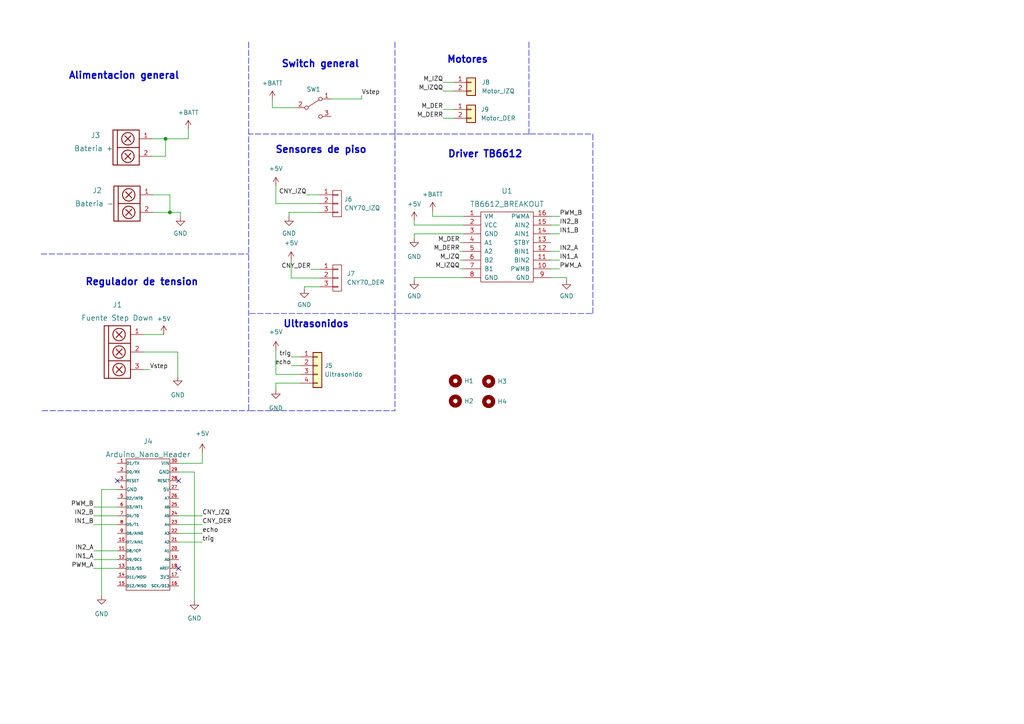
<source format=kicad_sch>
(kicad_sch (version 20211123) (generator eeschema)

  (uuid 4b7faf2f-d106-4fb6-a52e-2f0a37dfa6cc)

  (paper "A4")

  (lib_symbols
    (symbol "Connector_Generic:Conn_01x02" (pin_names (offset 1.016) hide) (in_bom yes) (on_board yes)
      (property "Reference" "J" (id 0) (at 0 2.54 0)
        (effects (font (size 1.27 1.27)))
      )
      (property "Value" "Conn_01x02" (id 1) (at 0 -5.08 0)
        (effects (font (size 1.27 1.27)))
      )
      (property "Footprint" "" (id 2) (at 0 0 0)
        (effects (font (size 1.27 1.27)) hide)
      )
      (property "Datasheet" "~" (id 3) (at 0 0 0)
        (effects (font (size 1.27 1.27)) hide)
      )
      (property "ki_keywords" "connector" (id 4) (at 0 0 0)
        (effects (font (size 1.27 1.27)) hide)
      )
      (property "ki_description" "Generic connector, single row, 01x02, script generated (kicad-library-utils/schlib/autogen/connector/)" (id 5) (at 0 0 0)
        (effects (font (size 1.27 1.27)) hide)
      )
      (property "ki_fp_filters" "Connector*:*_1x??_*" (id 6) (at 0 0 0)
        (effects (font (size 1.27 1.27)) hide)
      )
      (symbol "Conn_01x02_1_1"
        (rectangle (start -1.27 -2.413) (end 0 -2.667)
          (stroke (width 0.1524) (type default) (color 0 0 0 0))
          (fill (type none))
        )
        (rectangle (start -1.27 0.127) (end 0 -0.127)
          (stroke (width 0.1524) (type default) (color 0 0 0 0))
          (fill (type none))
        )
        (rectangle (start -1.27 1.27) (end 1.27 -3.81)
          (stroke (width 0.254) (type default) (color 0 0 0 0))
          (fill (type background))
        )
        (pin passive line (at -5.08 0 0) (length 3.81)
          (name "Pin_1" (effects (font (size 1.27 1.27))))
          (number "1" (effects (font (size 1.27 1.27))))
        )
        (pin passive line (at -5.08 -2.54 0) (length 3.81)
          (name "Pin_2" (effects (font (size 1.27 1.27))))
          (number "2" (effects (font (size 1.27 1.27))))
        )
      )
    )
    (symbol "EESTN5:Arduino_Nano_Header" (pin_names (offset 0.0254)) (in_bom yes) (on_board yes)
      (property "Reference" "J" (id 0) (at 0 20.32 0)
        (effects (font (size 1.524 1.524)))
      )
      (property "Value" "Arduino_Nano_Header" (id 1) (at 0 -20.32 0)
        (effects (font (size 1.524 1.524)))
      )
      (property "Footprint" "" (id 2) (at 0 0 0)
        (effects (font (size 1.524 1.524)))
      )
      (property "Datasheet" "" (id 3) (at 0 0 0)
        (effects (font (size 1.524 1.524)))
      )
      (symbol "Arduino_Nano_Header_0_1"
        (rectangle (start 6.35 -19.05) (end -6.35 19.05)
          (stroke (width 0) (type default) (color 0 0 0 0))
          (fill (type none))
        )
      )
      (symbol "Arduino_Nano_Header_1_1"
        (pin passive line (at -8.89 17.78 0) (length 2.54)
          (name "D1/TX" (effects (font (size 0.7874 0.7874))))
          (number "1" (effects (font (size 0.889 0.889))))
        )
        (pin passive line (at -8.89 -5.08 0) (length 2.54)
          (name "D7/AIN1" (effects (font (size 0.762 0.762))))
          (number "10" (effects (font (size 0.889 0.889))))
        )
        (pin passive line (at -8.89 -7.62 0) (length 2.54)
          (name "D8/ICP" (effects (font (size 0.762 0.762))))
          (number "11" (effects (font (size 0.889 0.889))))
        )
        (pin passive line (at -8.89 -10.16 0) (length 2.54)
          (name "D9/0C1" (effects (font (size 0.762 0.762))))
          (number "12" (effects (font (size 0.889 0.889))))
        )
        (pin passive line (at -8.89 -12.7 0) (length 2.54)
          (name "D10/SS" (effects (font (size 0.762 0.762))))
          (number "13" (effects (font (size 0.889 0.889))))
        )
        (pin passive line (at -8.89 -15.24 0) (length 2.54)
          (name "D11/MOSI" (effects (font (size 0.762 0.762))))
          (number "14" (effects (font (size 0.889 0.889))))
        )
        (pin passive line (at -8.89 -17.78 0) (length 2.54)
          (name "D12/MISO" (effects (font (size 0.762 0.762))))
          (number "15" (effects (font (size 0.889 0.889))))
        )
        (pin passive line (at 8.89 -17.78 180) (length 2.54)
          (name "SCK/D13" (effects (font (size 0.762 0.762))))
          (number "16" (effects (font (size 0.889 0.889))))
        )
        (pin passive line (at 8.89 -15.24 180) (length 2.54)
          (name "3V3" (effects (font (size 0.9906 0.9906))))
          (number "17" (effects (font (size 0.889 0.889))))
        )
        (pin passive line (at 8.89 -12.7 180) (length 2.54)
          (name "AREF" (effects (font (size 0.762 0.762))))
          (number "18" (effects (font (size 0.889 0.889))))
        )
        (pin passive line (at 8.89 -10.16 180) (length 2.54)
          (name "A0" (effects (font (size 0.762 0.762))))
          (number "19" (effects (font (size 0.889 0.889))))
        )
        (pin passive line (at -8.89 15.24 0) (length 2.54)
          (name "D0/RX" (effects (font (size 0.7874 0.7874))))
          (number "2" (effects (font (size 0.889 0.889))))
        )
        (pin passive line (at 8.89 -7.62 180) (length 2.54)
          (name "A1" (effects (font (size 0.762 0.762))))
          (number "20" (effects (font (size 0.889 0.889))))
        )
        (pin passive line (at 8.89 -5.08 180) (length 2.54)
          (name "A2" (effects (font (size 0.762 0.762))))
          (number "21" (effects (font (size 0.889 0.889))))
        )
        (pin passive line (at 8.89 -2.54 180) (length 2.54)
          (name "A3" (effects (font (size 0.762 0.762))))
          (number "22" (effects (font (size 0.889 0.889))))
        )
        (pin passive line (at 8.89 0 180) (length 2.54)
          (name "A4" (effects (font (size 0.762 0.762))))
          (number "23" (effects (font (size 0.889 0.889))))
        )
        (pin passive line (at 8.89 2.54 180) (length 2.54)
          (name "A5" (effects (font (size 0.762 0.762))))
          (number "24" (effects (font (size 0.889 0.889))))
        )
        (pin passive line (at 8.89 5.08 180) (length 2.54)
          (name "A6" (effects (font (size 0.762 0.762))))
          (number "25" (effects (font (size 0.889 0.889))))
        )
        (pin passive line (at 8.89 7.62 180) (length 2.54)
          (name "A7" (effects (font (size 0.762 0.762))))
          (number "26" (effects (font (size 0.889 0.889))))
        )
        (pin passive line (at 8.89 10.16 180) (length 2.54)
          (name "5V" (effects (font (size 0.9906 0.9906))))
          (number "27" (effects (font (size 0.889 0.889))))
        )
        (pin passive line (at 8.89 12.7 180) (length 2.54)
          (name "RESET" (effects (font (size 0.762 0.762))))
          (number "28" (effects (font (size 0.889 0.889))))
        )
        (pin passive line (at 8.89 15.24 180) (length 2.54)
          (name "GND" (effects (font (size 0.9906 0.9906))))
          (number "29" (effects (font (size 0.889 0.889))))
        )
        (pin passive line (at -8.89 12.7 0) (length 2.54)
          (name "RESET" (effects (font (size 0.7874 0.7874))))
          (number "3" (effects (font (size 0.889 0.889))))
        )
        (pin passive line (at 8.89 17.78 180) (length 2.54)
          (name "VIN" (effects (font (size 0.9906 0.9906))))
          (number "30" (effects (font (size 0.889 0.889))))
        )
        (pin passive line (at -8.89 10.16 0) (length 2.54)
          (name "GND" (effects (font (size 0.9906 0.9906))))
          (number "4" (effects (font (size 0.889 0.889))))
        )
        (pin passive line (at -8.89 7.62 0) (length 2.54)
          (name "D2/INT0" (effects (font (size 0.762 0.762))))
          (number "5" (effects (font (size 0.889 0.889))))
        )
        (pin passive line (at -8.89 5.08 0) (length 2.54)
          (name "D3/INT1" (effects (font (size 0.762 0.762))))
          (number "6" (effects (font (size 0.889 0.889))))
        )
        (pin passive line (at -8.89 2.54 0) (length 2.54)
          (name "D4/T0" (effects (font (size 0.762 0.762))))
          (number "7" (effects (font (size 0.889 0.889))))
        )
        (pin passive line (at -8.89 0 0) (length 2.54)
          (name "D5/T1" (effects (font (size 0.762 0.762))))
          (number "8" (effects (font (size 0.889 0.889))))
        )
        (pin passive line (at -8.89 -2.54 0) (length 2.54)
          (name "D6/AIN0" (effects (font (size 0.762 0.762))))
          (number "9" (effects (font (size 0.889 0.889))))
        )
      )
    )
    (symbol "EESTN5:Conn_01X03" (pin_names (offset 1.016) hide) (in_bom yes) (on_board yes)
      (property "Reference" "J" (id 0) (at 0 5.08 0)
        (effects (font (size 1.27 1.27)))
      )
      (property "Value" "Conn_01X03" (id 1) (at 0 -5.08 0)
        (effects (font (size 1.27 1.27)))
      )
      (property "Footprint" "" (id 2) (at 0 0 0)
        (effects (font (size 1.27 1.27)) hide)
      )
      (property "Datasheet" "" (id 3) (at 0 0 0)
        (effects (font (size 1.27 1.27)) hide)
      )
      (property "ki_keywords" "connector" (id 4) (at 0 0 0)
        (effects (font (size 1.27 1.27)) hide)
      )
      (property "ki_description" "Connector, single row, 01x03, pin header" (id 5) (at 0 0 0)
        (effects (font (size 1.27 1.27)) hide)
      )
      (property "ki_fp_filters" "pin* header*" (id 6) (at 0 0 0)
        (effects (font (size 1.27 1.27)) hide)
      )
      (symbol "Conn_01X03_0_1"
        (rectangle (start -1.27 -2.413) (end 0.254 -2.667)
          (stroke (width 0) (type default) (color 0 0 0 0))
          (fill (type none))
        )
        (rectangle (start -1.27 0.127) (end 0.254 -0.127)
          (stroke (width 0) (type default) (color 0 0 0 0))
          (fill (type none))
        )
        (rectangle (start -1.27 2.667) (end 0.254 2.413)
          (stroke (width 0) (type default) (color 0 0 0 0))
          (fill (type none))
        )
        (rectangle (start -1.27 3.81) (end 1.27 -3.81)
          (stroke (width 0) (type default) (color 0 0 0 0))
          (fill (type none))
        )
      )
      (symbol "Conn_01X03_1_1"
        (pin passive line (at -5.08 2.54 0) (length 3.81)
          (name "P1" (effects (font (size 1.27 1.27))))
          (number "1" (effects (font (size 1.27 1.27))))
        )
        (pin passive line (at -5.08 0 0) (length 3.81)
          (name "P2" (effects (font (size 1.27 1.27))))
          (number "2" (effects (font (size 1.27 1.27))))
        )
        (pin passive line (at -5.08 -2.54 0) (length 3.81)
          (name "P3" (effects (font (size 1.27 1.27))))
          (number "3" (effects (font (size 1.27 1.27))))
        )
      )
    )
    (symbol "EESTN5:Conn_01x04" (pin_names (offset 1.016) hide) (in_bom yes) (on_board yes)
      (property "Reference" "J" (id 0) (at 0 5.08 0)
        (effects (font (size 1.27 1.27)))
      )
      (property "Value" "Conn_01x04" (id 1) (at 0 -7.62 0)
        (effects (font (size 1.27 1.27)))
      )
      (property "Footprint" "" (id 2) (at 0 0 0)
        (effects (font (size 1.27 1.27)) hide)
      )
      (property "Datasheet" "~" (id 3) (at 0 0 0)
        (effects (font (size 1.27 1.27)) hide)
      )
      (property "ki_keywords" "connector" (id 4) (at 0 0 0)
        (effects (font (size 1.27 1.27)) hide)
      )
      (property "ki_description" "Generic connector, single row, 01x04" (id 5) (at 0 0 0)
        (effects (font (size 1.27 1.27)) hide)
      )
      (property "ki_fp_filters" "pin* header*" (id 6) (at 0 0 0)
        (effects (font (size 1.27 1.27)) hide)
      )
      (symbol "Conn_01x04_1_1"
        (rectangle (start -1.27 -4.953) (end 0 -5.207)
          (stroke (width 0.1524) (type default) (color 0 0 0 0))
          (fill (type none))
        )
        (rectangle (start -1.27 -2.413) (end 0 -2.667)
          (stroke (width 0.1524) (type default) (color 0 0 0 0))
          (fill (type none))
        )
        (rectangle (start -1.27 0.127) (end 0 -0.127)
          (stroke (width 0.1524) (type default) (color 0 0 0 0))
          (fill (type none))
        )
        (rectangle (start -1.27 2.667) (end 0 2.413)
          (stroke (width 0.1524) (type default) (color 0 0 0 0))
          (fill (type none))
        )
        (rectangle (start -1.27 3.81) (end 1.27 -6.35)
          (stroke (width 0.254) (type default) (color 0 0 0 0))
          (fill (type background))
        )
        (pin passive line (at -5.08 2.54 0) (length 3.81)
          (name "Pin_1" (effects (font (size 1.27 1.27))))
          (number "1" (effects (font (size 1.27 1.27))))
        )
        (pin passive line (at -5.08 0 0) (length 3.81)
          (name "Pin_2" (effects (font (size 1.27 1.27))))
          (number "2" (effects (font (size 1.27 1.27))))
        )
        (pin passive line (at -5.08 -2.54 0) (length 3.81)
          (name "Pin_3" (effects (font (size 1.27 1.27))))
          (number "3" (effects (font (size 1.27 1.27))))
        )
        (pin passive line (at -5.08 -5.08 0) (length 3.81)
          (name "Pin_4" (effects (font (size 1.27 1.27))))
          (number "4" (effects (font (size 1.27 1.27))))
        )
      )
    )
    (symbol "EESTN5:Mounting_Hole" (pin_names (offset 1.016)) (in_bom yes) (on_board yes)
      (property "Reference" "H" (id 0) (at 0 5.08 0)
        (effects (font (size 1.27 1.27)))
      )
      (property "Value" "Mounting_Hole" (id 1) (at 0 3.175 0)
        (effects (font (size 1.27 1.27)) hide)
      )
      (property "Footprint" "" (id 2) (at 0 0 0)
        (effects (font (size 1.524 1.524)) hide)
      )
      (property "Datasheet" "" (id 3) (at 0 0 0)
        (effects (font (size 1.524 1.524)) hide)
      )
      (property "ki_keywords" "mounting hole" (id 4) (at 0 0 0)
        (effects (font (size 1.27 1.27)) hide)
      )
      (property "ki_description" "Mounting Hole without connection" (id 5) (at 0 0 0)
        (effects (font (size 1.27 1.27)) hide)
      )
      (property "ki_fp_filters" "hole* Logo* PAD* Separador* Cable*" (id 6) (at 0 0 0)
        (effects (font (size 1.27 1.27)) hide)
      )
      (symbol "Mounting_Hole_0_1"
        (circle (center 0 0) (radius 1.27)
          (stroke (width 1.27) (type default) (color 0 0 0 0))
          (fill (type none))
        )
      )
    )
    (symbol "EESTN5:SW_SPDT" (pin_names (offset 0) hide) (in_bom yes) (on_board yes)
      (property "Reference" "SW" (id 0) (at 0 4.318 0)
        (effects (font (size 1.27 1.27)))
      )
      (property "Value" "SW_SPDT" (id 1) (at 0 -5.08 0)
        (effects (font (size 1.27 1.27)) hide)
      )
      (property "Footprint" "" (id 2) (at 0 0 0)
        (effects (font (size 1.27 1.27)))
      )
      (property "Datasheet" "" (id 3) (at 0 0 0)
        (effects (font (size 1.27 1.27)))
      )
      (property "ki_keywords" "switch single-pole double-throw spdt ON-ON" (id 4) (at 0 0 0)
        (effects (font (size 1.27 1.27)) hide)
      )
      (property "ki_description" "Switch, single pole double throw" (id 5) (at 0 0 0)
        (effects (font (size 1.27 1.27)) hide)
      )
      (property "ki_fp_filters" "SW* LLAVE*" (id 6) (at 0 0 0)
        (effects (font (size 1.27 1.27)) hide)
      )
      (symbol "SW_SPDT_0_0"
        (circle (center -2.032 0) (radius 0.508)
          (stroke (width 0) (type default) (color 0 0 0 0))
          (fill (type none))
        )
        (circle (center 2.032 -2.54) (radius 0.508)
          (stroke (width 0) (type default) (color 0 0 0 0))
          (fill (type none))
        )
      )
      (symbol "SW_SPDT_0_1"
        (polyline
          (pts
            (xy -1.524 0.254)
            (xy 1.651 2.286)
          )
          (stroke (width 0) (type default) (color 0 0 0 0))
          (fill (type none))
        )
        (circle (center 2.032 2.54) (radius 0.508)
          (stroke (width 0) (type default) (color 0 0 0 0))
          (fill (type none))
        )
      )
      (symbol "SW_SPDT_1_1"
        (pin passive line (at 5.08 2.54 180) (length 2.54)
          (name "A" (effects (font (size 1.27 1.27))))
          (number "1" (effects (font (size 1.27 1.27))))
        )
        (pin passive line (at -5.08 0 0) (length 2.54)
          (name "B" (effects (font (size 1.27 1.27))))
          (number "2" (effects (font (size 1.27 1.27))))
        )
        (pin passive line (at 5.08 -2.54 180) (length 2.54)
          (name "C" (effects (font (size 1.27 1.27))))
          (number "3" (effects (font (size 1.27 1.27))))
        )
      )
    )
    (symbol "EESTN5:TB6612_BREAKOUT" (pin_names (offset 1.016)) (in_bom yes) (on_board yes)
      (property "Reference" "U" (id 0) (at 0 11.43 0)
        (effects (font (size 1.524 1.524)))
      )
      (property "Value" "TB6612_BREAKOUT" (id 1) (at 0 -13.97 0)
        (effects (font (size 1.524 1.524)))
      )
      (property "Footprint" "" (id 2) (at 0 -1.27 0)
        (effects (font (size 1.524 1.524)) hide)
      )
      (property "Datasheet" "" (id 3) (at 0 -1.27 0)
        (effects (font (size 1.524 1.524)) hide)
      )
      (property "ki_keywords" "TB6612" (id 4) (at 0 0 0)
        (effects (font (size 1.27 1.27)) hide)
      )
      (property "ki_description" "BreakOut Board for TB6612" (id 5) (at 0 0 0)
        (effects (font (size 1.27 1.27)) hide)
      )
      (property "ki_fp_filters" "TB6612*" (id 6) (at 0 0 0)
        (effects (font (size 1.27 1.27)) hide)
      )
      (symbol "TB6612_BREAKOUT_0_1"
        (rectangle (start -7.62 10.16) (end 7.62 -10.16)
          (stroke (width 0) (type default) (color 0 0 0 0))
          (fill (type none))
        )
      )
      (symbol "TB6612_BREAKOUT_1_1"
        (pin passive line (at -12.7 8.89 0) (length 5.08)
          (name "VM" (effects (font (size 1.27 1.27))))
          (number "1" (effects (font (size 1.27 1.27))))
        )
        (pin passive line (at 12.7 -6.35 180) (length 5.08)
          (name "PWMB" (effects (font (size 1.27 1.27))))
          (number "10" (effects (font (size 1.27 1.27))))
        )
        (pin passive line (at 12.7 -3.81 180) (length 5.08)
          (name "BIN2" (effects (font (size 1.27 1.27))))
          (number "11" (effects (font (size 1.27 1.27))))
        )
        (pin passive line (at 12.7 -1.27 180) (length 5.08)
          (name "BIN1" (effects (font (size 1.27 1.27))))
          (number "12" (effects (font (size 1.27 1.27))))
        )
        (pin passive line (at 12.7 1.27 180) (length 5.08)
          (name "STBY" (effects (font (size 1.27 1.27))))
          (number "13" (effects (font (size 1.27 1.27))))
        )
        (pin passive line (at 12.7 3.81 180) (length 5.08)
          (name "AIN1" (effects (font (size 1.27 1.27))))
          (number "14" (effects (font (size 1.27 1.27))))
        )
        (pin passive line (at 12.7 6.35 180) (length 5.08)
          (name "AIN2" (effects (font (size 1.27 1.27))))
          (number "15" (effects (font (size 1.27 1.27))))
        )
        (pin passive line (at 12.7 8.89 180) (length 5.08)
          (name "PWMA" (effects (font (size 1.27 1.27))))
          (number "16" (effects (font (size 1.27 1.27))))
        )
        (pin passive line (at -12.7 6.35 0) (length 5.08)
          (name "VCC" (effects (font (size 1.27 1.27))))
          (number "2" (effects (font (size 1.27 1.27))))
        )
        (pin passive line (at -12.7 3.81 0) (length 5.08)
          (name "GND" (effects (font (size 1.27 1.27))))
          (number "3" (effects (font (size 1.27 1.27))))
        )
        (pin passive line (at -12.7 1.27 0) (length 5.08)
          (name "A1" (effects (font (size 1.27 1.27))))
          (number "4" (effects (font (size 1.27 1.27))))
        )
        (pin passive line (at -12.7 -1.27 0) (length 5.08)
          (name "A2" (effects (font (size 1.27 1.27))))
          (number "5" (effects (font (size 1.27 1.27))))
        )
        (pin passive line (at -12.7 -3.81 0) (length 5.08)
          (name "B2" (effects (font (size 1.27 1.27))))
          (number "6" (effects (font (size 1.27 1.27))))
        )
        (pin passive line (at -12.7 -6.35 0) (length 5.08)
          (name "B1" (effects (font (size 1.27 1.27))))
          (number "7" (effects (font (size 1.27 1.27))))
        )
        (pin passive line (at -12.7 -8.89 0) (length 5.08)
          (name "GND" (effects (font (size 1.27 1.27))))
          (number "8" (effects (font (size 1.27 1.27))))
        )
        (pin passive line (at 12.7 -8.89 180) (length 5.08)
          (name "GND" (effects (font (size 1.27 1.27))))
          (number "9" (effects (font (size 1.27 1.27))))
        )
      )
    )
    (symbol "EESTN5:TB_1X2" (pin_names (offset 1.016)) (in_bom yes) (on_board yes)
      (property "Reference" "J" (id 0) (at 0 7.62 0)
        (effects (font (size 1.524 1.524)))
      )
      (property "Value" "TB_1X2" (id 1) (at 1.27 -7.62 0)
        (effects (font (size 1.524 1.524)))
      )
      (property "Footprint" "" (id 2) (at -1.27 1.27 0)
        (effects (font (size 1.524 1.524)))
      )
      (property "Datasheet" "" (id 3) (at -1.27 1.27 0)
        (effects (font (size 1.524 1.524)))
      )
      (property "ki_fp_filters" "BORNERA* TB*" (id 4) (at 0 0 0)
        (effects (font (size 1.27 1.27)) hide)
      )
      (symbol "TB_1X2_0_1"
        (rectangle (start -2.54 5.08) (end 5.08 -5.08)
          (stroke (width 0.254) (type default) (color 0 0 0 0))
          (fill (type none))
        )
        (polyline
          (pts
            (xy -1.27 0)
            (xy 5.08 0)
          )
          (stroke (width 0.254) (type default) (color 0 0 0 0))
          (fill (type none))
        )
        (polyline
          (pts
            (xy -1.27 5.08)
            (xy -1.27 -5.08)
          )
          (stroke (width 0.254) (type default) (color 0 0 0 0))
          (fill (type none))
        )
        (polyline
          (pts
            (xy 0.889 -3.429)
            (xy 2.667 -1.651)
          )
          (stroke (width 0.254) (type default) (color 0 0 0 0))
          (fill (type none))
        )
        (polyline
          (pts
            (xy 0.889 -1.651)
            (xy 2.667 -3.429)
          )
          (stroke (width 0.254) (type default) (color 0 0 0 0))
          (fill (type none))
        )
        (polyline
          (pts
            (xy 0.889 1.651)
            (xy 2.667 3.429)
          )
          (stroke (width 0.254) (type default) (color 0 0 0 0))
          (fill (type none))
        )
        (polyline
          (pts
            (xy 0.889 3.429)
            (xy 2.667 1.651)
          )
          (stroke (width 0.254) (type default) (color 0 0 0 0))
          (fill (type none))
        )
        (circle (center 1.778 -2.54) (radius 1.8034)
          (stroke (width 0.254) (type default) (color 0 0 0 0))
          (fill (type none))
        )
        (circle (center 1.778 2.54) (radius 1.8034)
          (stroke (width 0.254) (type default) (color 0 0 0 0))
          (fill (type none))
        )
      )
      (symbol "TB_1X2_1_1"
        (pin input line (at 8.89 2.54 180) (length 3.81)
          (name "~" (effects (font (size 1.27 1.27))))
          (number "1" (effects (font (size 1.27 1.27))))
        )
        (pin input line (at 8.89 -2.54 180) (length 3.81)
          (name "~" (effects (font (size 1.27 1.27))))
          (number "2" (effects (font (size 1.27 1.27))))
        )
      )
    )
    (symbol "EESTN5:TB_1X3" (pin_names (offset 1.016)) (in_bom yes) (on_board yes)
      (property "Reference" "J" (id 0) (at 0 7.62 0)
        (effects (font (size 1.524 1.524)))
      )
      (property "Value" "TB_1X3" (id 1) (at 1.27 -11.43 0)
        (effects (font (size 1.524 1.524)))
      )
      (property "Footprint" "" (id 2) (at -1.27 1.27 0)
        (effects (font (size 1.524 1.524)))
      )
      (property "Datasheet" "" (id 3) (at -1.27 1.27 0)
        (effects (font (size 1.524 1.524)))
      )
      (property "ki_fp_filters" "BORNERA* TB*" (id 4) (at 0 0 0)
        (effects (font (size 1.27 1.27)) hide)
      )
      (symbol "TB_1X3_0_1"
        (rectangle (start -2.54 5.08) (end 5.08 -10.16)
          (stroke (width 0.254) (type default) (color 0 0 0 0))
          (fill (type none))
        )
        (polyline
          (pts
            (xy -1.27 -5.08)
            (xy 5.08 -5.08)
          )
          (stroke (width 0.254) (type default) (color 0 0 0 0))
          (fill (type none))
        )
        (polyline
          (pts
            (xy -1.27 0)
            (xy 5.08 0)
          )
          (stroke (width 0.254) (type default) (color 0 0 0 0))
          (fill (type none))
        )
        (polyline
          (pts
            (xy -1.27 5.08)
            (xy -1.27 -10.16)
          )
          (stroke (width 0.254) (type default) (color 0 0 0 0))
          (fill (type none))
        )
        (polyline
          (pts
            (xy 0.889 -8.509)
            (xy 2.667 -6.731)
          )
          (stroke (width 0.254) (type default) (color 0 0 0 0))
          (fill (type none))
        )
        (polyline
          (pts
            (xy 0.889 -6.731)
            (xy 2.667 -8.509)
          )
          (stroke (width 0.254) (type default) (color 0 0 0 0))
          (fill (type none))
        )
        (polyline
          (pts
            (xy 0.889 -3.429)
            (xy 2.667 -1.651)
          )
          (stroke (width 0.254) (type default) (color 0 0 0 0))
          (fill (type none))
        )
        (polyline
          (pts
            (xy 0.889 -1.651)
            (xy 2.667 -3.429)
          )
          (stroke (width 0.254) (type default) (color 0 0 0 0))
          (fill (type none))
        )
        (polyline
          (pts
            (xy 0.889 1.651)
            (xy 2.667 3.429)
          )
          (stroke (width 0.254) (type default) (color 0 0 0 0))
          (fill (type none))
        )
        (polyline
          (pts
            (xy 0.889 3.429)
            (xy 2.667 1.651)
          )
          (stroke (width 0.254) (type default) (color 0 0 0 0))
          (fill (type none))
        )
        (circle (center 1.778 -7.62) (radius 1.8034)
          (stroke (width 0.254) (type default) (color 0 0 0 0))
          (fill (type none))
        )
        (circle (center 1.778 -2.54) (radius 1.8034)
          (stroke (width 0.254) (type default) (color 0 0 0 0))
          (fill (type none))
        )
        (circle (center 1.778 2.54) (radius 1.8034)
          (stroke (width 0.254) (type default) (color 0 0 0 0))
          (fill (type none))
        )
      )
      (symbol "TB_1X3_1_1"
        (pin input line (at 8.89 2.54 180) (length 3.81)
          (name "~" (effects (font (size 1.27 1.27))))
          (number "1" (effects (font (size 1.27 1.27))))
        )
        (pin input line (at 8.89 -2.54 180) (length 3.81)
          (name "~" (effects (font (size 1.27 1.27))))
          (number "2" (effects (font (size 1.27 1.27))))
        )
        (pin input line (at 8.89 -7.62 180) (length 3.81)
          (name "~" (effects (font (size 1.27 1.27))))
          (number "3" (effects (font (size 1.27 1.27))))
        )
      )
    )
    (symbol "power:+5V" (power) (pin_names (offset 0)) (in_bom yes) (on_board yes)
      (property "Reference" "#PWR" (id 0) (at 0 -3.81 0)
        (effects (font (size 1.27 1.27)) hide)
      )
      (property "Value" "+5V" (id 1) (at 0 3.556 0)
        (effects (font (size 1.27 1.27)))
      )
      (property "Footprint" "" (id 2) (at 0 0 0)
        (effects (font (size 1.27 1.27)) hide)
      )
      (property "Datasheet" "" (id 3) (at 0 0 0)
        (effects (font (size 1.27 1.27)) hide)
      )
      (property "ki_keywords" "power-flag" (id 4) (at 0 0 0)
        (effects (font (size 1.27 1.27)) hide)
      )
      (property "ki_description" "Power symbol creates a global label with name \"+5V\"" (id 5) (at 0 0 0)
        (effects (font (size 1.27 1.27)) hide)
      )
      (symbol "+5V_0_1"
        (polyline
          (pts
            (xy -0.762 1.27)
            (xy 0 2.54)
          )
          (stroke (width 0) (type default) (color 0 0 0 0))
          (fill (type none))
        )
        (polyline
          (pts
            (xy 0 0)
            (xy 0 2.54)
          )
          (stroke (width 0) (type default) (color 0 0 0 0))
          (fill (type none))
        )
        (polyline
          (pts
            (xy 0 2.54)
            (xy 0.762 1.27)
          )
          (stroke (width 0) (type default) (color 0 0 0 0))
          (fill (type none))
        )
      )
      (symbol "+5V_1_1"
        (pin power_in line (at 0 0 90) (length 0) hide
          (name "+5V" (effects (font (size 1.27 1.27))))
          (number "1" (effects (font (size 1.27 1.27))))
        )
      )
    )
    (symbol "power:+BATT" (power) (pin_names (offset 0)) (in_bom yes) (on_board yes)
      (property "Reference" "#PWR" (id 0) (at 0 -3.81 0)
        (effects (font (size 1.27 1.27)) hide)
      )
      (property "Value" "+BATT" (id 1) (at 0 3.556 0)
        (effects (font (size 1.27 1.27)))
      )
      (property "Footprint" "" (id 2) (at 0 0 0)
        (effects (font (size 1.27 1.27)) hide)
      )
      (property "Datasheet" "" (id 3) (at 0 0 0)
        (effects (font (size 1.27 1.27)) hide)
      )
      (property "ki_keywords" "power-flag battery" (id 4) (at 0 0 0)
        (effects (font (size 1.27 1.27)) hide)
      )
      (property "ki_description" "Power symbol creates a global label with name \"+BATT\"" (id 5) (at 0 0 0)
        (effects (font (size 1.27 1.27)) hide)
      )
      (symbol "+BATT_0_1"
        (polyline
          (pts
            (xy -0.762 1.27)
            (xy 0 2.54)
          )
          (stroke (width 0) (type default) (color 0 0 0 0))
          (fill (type none))
        )
        (polyline
          (pts
            (xy 0 0)
            (xy 0 2.54)
          )
          (stroke (width 0) (type default) (color 0 0 0 0))
          (fill (type none))
        )
        (polyline
          (pts
            (xy 0 2.54)
            (xy 0.762 1.27)
          )
          (stroke (width 0) (type default) (color 0 0 0 0))
          (fill (type none))
        )
      )
      (symbol "+BATT_1_1"
        (pin power_in line (at 0 0 90) (length 0) hide
          (name "+BATT" (effects (font (size 1.27 1.27))))
          (number "1" (effects (font (size 1.27 1.27))))
        )
      )
    )
    (symbol "power:GND" (power) (pin_names (offset 0)) (in_bom yes) (on_board yes)
      (property "Reference" "#PWR" (id 0) (at 0 -6.35 0)
        (effects (font (size 1.27 1.27)) hide)
      )
      (property "Value" "GND" (id 1) (at 0 -3.81 0)
        (effects (font (size 1.27 1.27)))
      )
      (property "Footprint" "" (id 2) (at 0 0 0)
        (effects (font (size 1.27 1.27)) hide)
      )
      (property "Datasheet" "" (id 3) (at 0 0 0)
        (effects (font (size 1.27 1.27)) hide)
      )
      (property "ki_keywords" "power-flag" (id 4) (at 0 0 0)
        (effects (font (size 1.27 1.27)) hide)
      )
      (property "ki_description" "Power symbol creates a global label with name \"GND\" , ground" (id 5) (at 0 0 0)
        (effects (font (size 1.27 1.27)) hide)
      )
      (symbol "GND_0_1"
        (polyline
          (pts
            (xy 0 0)
            (xy 0 -1.27)
            (xy 1.27 -1.27)
            (xy 0 -2.54)
            (xy -1.27 -1.27)
            (xy 0 -1.27)
          )
          (stroke (width 0) (type default) (color 0 0 0 0))
          (fill (type none))
        )
      )
      (symbol "GND_1_1"
        (pin power_in line (at 0 0 270) (length 0) hide
          (name "GND" (effects (font (size 1.27 1.27))))
          (number "1" (effects (font (size 1.27 1.27))))
        )
      )
    )
  )

  (junction (at 48.006 40.259) (diameter 0) (color 0 0 0 0)
    (uuid 2169cfd9-5e7d-4eea-9636-ed879dd03c68)
  )
  (junction (at 49.276 61.595) (diameter 0) (color 0 0 0 0)
    (uuid 325ad996-4599-4e5f-9938-0593197c4cc1)
  )

  (no_connect (at 51.816 139.446) (uuid 3b85a1eb-a1f6-436b-b9c7-9054c5ea2dc0))
  (no_connect (at 34.036 139.446) (uuid 9d827ad0-d1fe-4615-965a-13f003c5ff2a))
  (no_connect (at 51.816 164.846) (uuid 9d827ad0-d1fe-4615-965a-13f003c5ff2b))

  (wire (pts (xy 85.852 31.242) (xy 78.994 31.242))
    (stroke (width 0) (type default) (color 0 0 0 0))
    (uuid 056c051e-b2f7-43a4-a490-c111422ec306)
  )
  (wire (pts (xy 125.476 61.214) (xy 125.476 62.738))
    (stroke (width 0) (type default) (color 0 0 0 0))
    (uuid 10202651-82da-40ff-865c-f146e6c74bad)
  )
  (wire (pts (xy 120.142 80.518) (xy 120.142 81.28))
    (stroke (width 0) (type default) (color 0 0 0 0))
    (uuid 11faf2d2-b25d-40a1-9f07-c826109ad5b5)
  )
  (wire (pts (xy 84.455 106.045) (xy 86.995 106.045))
    (stroke (width 0) (type default) (color 0 0 0 0))
    (uuid 13677c0e-7798-4731-8276-e768de36c27e)
  )
  (wire (pts (xy 54.61 37.465) (xy 54.61 40.259))
    (stroke (width 0) (type default) (color 0 0 0 0))
    (uuid 15cd2bcf-b3fd-487a-95d2-2d2b850432f2)
  )
  (wire (pts (xy 88.9 56.515) (xy 92.71 56.515))
    (stroke (width 0) (type default) (color 0 0 0 0))
    (uuid 16afd83a-94c6-47de-9b89-b559d8b1b2d6)
  )
  (wire (pts (xy 133.35 75.438) (xy 134.366 75.438))
    (stroke (width 0) (type default) (color 0 0 0 0))
    (uuid 1df9a0ce-37ab-46cd-9006-702015489972)
  )
  (polyline (pts (xy 11.938 73.66) (xy 72.136 73.66))
    (stroke (width 0) (type default) (color 0 0 0 0))
    (uuid 20ef644d-3ee4-4f73-9654-225ec5a46c9b)
  )

  (wire (pts (xy 159.766 62.738) (xy 162.306 62.738))
    (stroke (width 0) (type default) (color 0 0 0 0))
    (uuid 224f4fc2-c475-45bf-bcd1-de050cc3124b)
  )
  (wire (pts (xy 41.656 107.188) (xy 43.434 107.188))
    (stroke (width 0) (type default) (color 0 0 0 0))
    (uuid 23fb9ba4-862d-4d67-9c26-5ec53ed53e3b)
  )
  (wire (pts (xy 96.012 28.702) (xy 104.902 28.702))
    (stroke (width 0) (type default) (color 0 0 0 0))
    (uuid 24b39880-28c2-443f-abb4-ee02888fd99d)
  )
  (wire (pts (xy 27.178 152.146) (xy 34.036 152.146))
    (stroke (width 0) (type default) (color 0 0 0 0))
    (uuid 2ba78fde-3e88-4a0b-8bfd-25f753e44faf)
  )
  (polyline (pts (xy 171.958 90.932) (xy 171.958 38.862))
    (stroke (width 0) (type default) (color 0 0 0 0))
    (uuid 2db378c7-8bd1-4186-b6f6-61dd97cbe868)
  )

  (wire (pts (xy 27.178 162.306) (xy 34.036 162.306))
    (stroke (width 0) (type default) (color 0 0 0 0))
    (uuid 375393f5-bcca-438e-99e9-a3a20b19c510)
  )
  (polyline (pts (xy 115.062 38.862) (xy 153.416 38.862))
    (stroke (width 0) (type default) (color 0 0 0 0))
    (uuid 39ee4379-a81b-4f9f-8b4d-73c4fda45608)
  )

  (wire (pts (xy 51.816 152.146) (xy 58.674 152.146))
    (stroke (width 0) (type default) (color 0 0 0 0))
    (uuid 3bde6a89-2662-4add-9d99-f5c23f6cb192)
  )
  (wire (pts (xy 51.816 136.906) (xy 56.388 136.906))
    (stroke (width 0) (type default) (color 0 0 0 0))
    (uuid 3c66295f-107c-4457-a2f2-6fded370b8b8)
  )
  (wire (pts (xy 159.766 65.278) (xy 162.306 65.278))
    (stroke (width 0) (type default) (color 0 0 0 0))
    (uuid 3f69000d-cf9c-43db-81fe-a2e13bf94766)
  )
  (wire (pts (xy 78.994 28.956) (xy 78.994 31.242))
    (stroke (width 0) (type default) (color 0 0 0 0))
    (uuid 42b2c41f-4577-436e-b7f7-6d51ff1b2bfc)
  )
  (wire (pts (xy 58.674 131.318) (xy 58.674 134.366))
    (stroke (width 0) (type default) (color 0 0 0 0))
    (uuid 4739a334-52f8-4241-bc4e-132bf6a89736)
  )
  (wire (pts (xy 159.766 77.978) (xy 162.306 77.978))
    (stroke (width 0) (type default) (color 0 0 0 0))
    (uuid 4befc409-d219-48e9-85b2-09d8fc6d94b1)
  )
  (polyline (pts (xy 72.136 73.914) (xy 72.136 119.126))
    (stroke (width 0) (type default) (color 0 0 0 0))
    (uuid 4e5fa9f8-211f-4a93-9a23-37e5bda092cd)
  )

  (wire (pts (xy 128.524 23.876) (xy 131.572 23.876))
    (stroke (width 0) (type default) (color 0 0 0 0))
    (uuid 4e82788c-4d90-4f7b-9781-4d89b2e7c610)
  )
  (wire (pts (xy 133.35 72.898) (xy 134.366 72.898))
    (stroke (width 0) (type default) (color 0 0 0 0))
    (uuid 4ebd6776-7944-4ae4-bd3d-e77577a77a15)
  )
  (wire (pts (xy 120.142 67.818) (xy 120.142 69.088))
    (stroke (width 0) (type default) (color 0 0 0 0))
    (uuid 52aaa558-95a9-4d37-a83d-a00e7b998370)
  )
  (wire (pts (xy 128.524 31.75) (xy 131.572 31.75))
    (stroke (width 0) (type default) (color 0 0 0 0))
    (uuid 5368fee2-585d-49ee-9ede-64859948c22a)
  )
  (wire (pts (xy 27.178 147.066) (xy 34.036 147.066))
    (stroke (width 0) (type default) (color 0 0 0 0))
    (uuid 55851913-a889-4856-82fd-b781cd0d36cd)
  )
  (wire (pts (xy 41.656 97.028) (xy 47.498 97.028))
    (stroke (width 0) (type default) (color 0 0 0 0))
    (uuid 569104d8-ad6b-4f61-af6e-2b53565d0408)
  )
  (polyline (pts (xy 72.39 90.932) (xy 114.554 90.932))
    (stroke (width 0) (type default) (color 0 0 0 0))
    (uuid 5aeb51f8-9aee-44d5-a551-f402d949dcb1)
  )
  (polyline (pts (xy 114.554 39.116) (xy 114.554 90.932))
    (stroke (width 0) (type default) (color 0 0 0 0))
    (uuid 5ba06d51-dc08-4c83-901e-d17ffd655068)
  )
  (polyline (pts (xy 72.136 12.192) (xy 72.136 73.66))
    (stroke (width 0) (type default) (color 0 0 0 0))
    (uuid 5c442b9c-8c91-4c83-a7e2-7511aaf81f7d)
  )

  (wire (pts (xy 48.006 45.339) (xy 48.006 40.259))
    (stroke (width 0) (type default) (color 0 0 0 0))
    (uuid 5f87c5a2-b7b4-4ed9-bc7f-791736121d4a)
  )
  (polyline (pts (xy 115.062 90.932) (xy 171.958 90.932))
    (stroke (width 0) (type default) (color 0 0 0 0))
    (uuid 5f89647f-c9f8-4cc0-95bb-fe891115b4ae)
  )

  (wire (pts (xy 159.766 72.898) (xy 162.306 72.898))
    (stroke (width 0) (type default) (color 0 0 0 0))
    (uuid 63573471-f5e6-42f0-9849-01420641215e)
  )
  (wire (pts (xy 83.82 61.595) (xy 92.71 61.595))
    (stroke (width 0) (type default) (color 0 0 0 0))
    (uuid 6a4d7fc2-001f-442d-8365-1b90370650a1)
  )
  (wire (pts (xy 80.01 59.055) (xy 92.71 59.055))
    (stroke (width 0) (type default) (color 0 0 0 0))
    (uuid 6c365614-fc8d-4674-9cff-d5225f022b5e)
  )
  (wire (pts (xy 164.338 80.518) (xy 164.338 81.28))
    (stroke (width 0) (type default) (color 0 0 0 0))
    (uuid 709a7afb-a23d-4fca-8f3b-b340c062e161)
  )
  (wire (pts (xy 80.01 101.6) (xy 80.01 108.585))
    (stroke (width 0) (type default) (color 0 0 0 0))
    (uuid 7181e794-55c2-4bfd-8a9b-ee880646c489)
  )
  (wire (pts (xy 51.816 134.366) (xy 58.674 134.366))
    (stroke (width 0) (type default) (color 0 0 0 0))
    (uuid 734bdc91-8654-4e30-98a8-07d665f6068b)
  )
  (wire (pts (xy 48.006 40.259) (xy 54.61 40.259))
    (stroke (width 0) (type default) (color 0 0 0 0))
    (uuid 73c30d7b-4e90-4f8a-8d82-5792d41cdacb)
  )
  (wire (pts (xy 44.45 56.515) (xy 49.276 56.515))
    (stroke (width 0) (type default) (color 0 0 0 0))
    (uuid 74451e39-dbd4-4095-990b-6a2a59c3b51e)
  )
  (wire (pts (xy 83.82 62.865) (xy 83.82 61.595))
    (stroke (width 0) (type default) (color 0 0 0 0))
    (uuid 7480ad34-c527-4800-a136-81a8681e1ed7)
  )
  (wire (pts (xy 27.178 149.606) (xy 34.036 149.606))
    (stroke (width 0) (type default) (color 0 0 0 0))
    (uuid 7576a4ee-72fd-4524-9ccd-fe57402669dc)
  )
  (wire (pts (xy 128.524 26.416) (xy 131.572 26.416))
    (stroke (width 0) (type default) (color 0 0 0 0))
    (uuid 75a01bc1-297e-40d9-b74c-4ae442d7921a)
  )
  (wire (pts (xy 44.196 40.259) (xy 48.006 40.259))
    (stroke (width 0) (type default) (color 0 0 0 0))
    (uuid 75fb2d18-4ce1-420f-873b-b0301122273c)
  )
  (wire (pts (xy 56.388 136.906) (xy 56.388 174.244))
    (stroke (width 0) (type default) (color 0 0 0 0))
    (uuid 79b11819-dfac-4b81-9b20-b9c3b49abaa2)
  )
  (wire (pts (xy 159.766 75.438) (xy 162.306 75.438))
    (stroke (width 0) (type default) (color 0 0 0 0))
    (uuid 7dde4298-f1a6-41e8-8cc2-c927b0cc923e)
  )
  (wire (pts (xy 120.142 64.008) (xy 120.142 65.278))
    (stroke (width 0) (type default) (color 0 0 0 0))
    (uuid 80d7d223-ec24-442d-8d8a-4c7ec04ca16a)
  )
  (wire (pts (xy 134.366 65.278) (xy 120.142 65.278))
    (stroke (width 0) (type default) (color 0 0 0 0))
    (uuid 86058ec1-037c-4dd2-a479-a4cfaade592f)
  )
  (wire (pts (xy 84.455 80.645) (xy 92.71 80.645))
    (stroke (width 0) (type default) (color 0 0 0 0))
    (uuid 8674a9ad-d287-480a-9b7e-298ec5791677)
  )
  (wire (pts (xy 159.766 67.818) (xy 162.306 67.818))
    (stroke (width 0) (type default) (color 0 0 0 0))
    (uuid 878dd463-9d49-4b5b-95ec-a982b45802da)
  )
  (wire (pts (xy 80.01 53.975) (xy 80.01 59.055))
    (stroke (width 0) (type default) (color 0 0 0 0))
    (uuid 88db5c4d-0899-4ccf-bb12-37818b07b7a7)
  )
  (wire (pts (xy 27.178 159.766) (xy 34.036 159.766))
    (stroke (width 0) (type default) (color 0 0 0 0))
    (uuid 8d4af74c-3c2a-48ca-9d0e-00c775a34ee8)
  )
  (wire (pts (xy 84.455 103.505) (xy 86.995 103.505))
    (stroke (width 0) (type default) (color 0 0 0 0))
    (uuid 8ee1860b-08b0-404b-8416-52ec3550cbb7)
  )
  (wire (pts (xy 104.902 27.686) (xy 104.902 28.702))
    (stroke (width 0) (type default) (color 0 0 0 0))
    (uuid 901dbf3b-e376-48de-9b41-7175cf1fe220)
  )
  (wire (pts (xy 41.656 102.108) (xy 51.562 102.108))
    (stroke (width 0) (type default) (color 0 0 0 0))
    (uuid 94ae18c2-717b-4b2d-8620-5a0818e6261b)
  )
  (polyline (pts (xy 12.192 119.126) (xy 72.136 119.126))
    (stroke (width 0) (type default) (color 0 0 0 0))
    (uuid 95442d5b-d661-4bf9-836a-5f0968e2e968)
  )

  (wire (pts (xy 44.45 61.595) (xy 49.276 61.595))
    (stroke (width 0) (type default) (color 0 0 0 0))
    (uuid 9872a92a-784e-473e-9e8b-3f60b7c5f076)
  )
  (polyline (pts (xy 114.554 12.192) (xy 114.554 38.862))
    (stroke (width 0) (type default) (color 0 0 0 0))
    (uuid 9a8146a2-8af7-4789-8a01-5c4ed8610352)
  )

  (wire (pts (xy 84.455 75.565) (xy 84.455 80.645))
    (stroke (width 0) (type default) (color 0 0 0 0))
    (uuid aba64b5d-f756-4c4e-aeeb-59de51306a51)
  )
  (wire (pts (xy 133.35 77.978) (xy 134.366 77.978))
    (stroke (width 0) (type default) (color 0 0 0 0))
    (uuid abcf78e0-fbb8-4cbe-a0e5-1afa0662f615)
  )
  (wire (pts (xy 51.562 102.108) (xy 51.562 109.22))
    (stroke (width 0) (type default) (color 0 0 0 0))
    (uuid b2e7a441-578f-4064-b37c-12ee99fc5285)
  )
  (wire (pts (xy 49.276 56.515) (xy 49.276 61.595))
    (stroke (width 0) (type default) (color 0 0 0 0))
    (uuid b45762fd-bfcd-46e3-b353-acce28c39df9)
  )
  (wire (pts (xy 29.464 172.72) (xy 29.464 141.986))
    (stroke (width 0) (type default) (color 0 0 0 0))
    (uuid b95c40d2-cde3-42b8-bd39-6a6ffd56ff91)
  )
  (wire (pts (xy 29.464 141.986) (xy 34.036 141.986))
    (stroke (width 0) (type default) (color 0 0 0 0))
    (uuid bac1c019-a713-4c06-ae9e-c3aba32d0541)
  )
  (wire (pts (xy 80.01 108.585) (xy 86.995 108.585))
    (stroke (width 0) (type default) (color 0 0 0 0))
    (uuid bc7a1194-3bba-4cb6-bd7b-20114dc076eb)
  )
  (polyline (pts (xy 153.67 38.862) (xy 171.958 38.862))
    (stroke (width 0) (type default) (color 0 0 0 0))
    (uuid c432afa8-1a08-48cf-9ee2-1bb8af136199)
  )

  (wire (pts (xy 90.17 78.105) (xy 92.71 78.105))
    (stroke (width 0) (type default) (color 0 0 0 0))
    (uuid c5797bc0-ad19-4043-b9ae-e99453be0d6f)
  )
  (wire (pts (xy 44.196 45.339) (xy 48.006 45.339))
    (stroke (width 0) (type default) (color 0 0 0 0))
    (uuid c826d831-c96e-4cd7-b64a-5e627dc0e880)
  )
  (wire (pts (xy 27.178 164.846) (xy 34.036 164.846))
    (stroke (width 0) (type default) (color 0 0 0 0))
    (uuid ca08bf69-0138-40c9-977f-5e5e3b268843)
  )
  (wire (pts (xy 133.35 70.358) (xy 134.366 70.358))
    (stroke (width 0) (type default) (color 0 0 0 0))
    (uuid d48e85d4-255b-43a7-8120-36f56e8a93dc)
  )
  (wire (pts (xy 88.265 83.82) (xy 88.265 83.185))
    (stroke (width 0) (type default) (color 0 0 0 0))
    (uuid d50eb843-98d7-489a-92c2-0a32bb70162d)
  )
  (wire (pts (xy 51.816 154.686) (xy 58.674 154.686))
    (stroke (width 0) (type default) (color 0 0 0 0))
    (uuid d6e81b23-86e2-4f02-8b17-880973af32cb)
  )
  (polyline (pts (xy 153.416 12.192) (xy 153.416 38.862))
    (stroke (width 0) (type default) (color 0 0 0 0))
    (uuid dccac3b4-76c1-456c-b35c-047300445386)
  )
  (polyline (pts (xy 72.39 119.126) (xy 114.554 119.126))
    (stroke (width 0) (type default) (color 0 0 0 0))
    (uuid de26483c-ea52-43f7-89be-f290a31bcaef)
  )

  (wire (pts (xy 80.01 111.125) (xy 86.995 111.125))
    (stroke (width 0) (type default) (color 0 0 0 0))
    (uuid de3a1ec3-c0f4-494d-9d17-4ed780142bd6)
  )
  (polyline (pts (xy 114.554 38.862) (xy 72.136 38.862))
    (stroke (width 0) (type default) (color 0 0 0 0))
    (uuid de78f7b9-5454-40da-a6f2-db7c8ae3789d)
  )

  (wire (pts (xy 134.366 80.518) (xy 120.142 80.518))
    (stroke (width 0) (type default) (color 0 0 0 0))
    (uuid e3b0eca0-87d1-461d-ac3c-574e4e7eca71)
  )
  (wire (pts (xy 134.366 67.818) (xy 120.142 67.818))
    (stroke (width 0) (type default) (color 0 0 0 0))
    (uuid e4f352fa-46fa-47cd-9349-cb8c0749614b)
  )
  (wire (pts (xy 128.524 34.29) (xy 131.572 34.29))
    (stroke (width 0) (type default) (color 0 0 0 0))
    (uuid e8e4f9f5-5204-4d6f-8d41-7d4243c46057)
  )
  (wire (pts (xy 49.276 61.595) (xy 52.324 61.595))
    (stroke (width 0) (type default) (color 0 0 0 0))
    (uuid ec179cff-6abc-42ea-a4f2-ef2694358fb9)
  )
  (wire (pts (xy 52.324 61.595) (xy 52.324 62.865))
    (stroke (width 0) (type default) (color 0 0 0 0))
    (uuid ed0031d9-74a0-489d-b2e5-6ff0382b3f59)
  )
  (wire (pts (xy 134.366 62.738) (xy 125.476 62.738))
    (stroke (width 0) (type default) (color 0 0 0 0))
    (uuid ed2a0369-60f8-431d-af5d-9eb780b683c0)
  )
  (wire (pts (xy 88.265 83.185) (xy 92.71 83.185))
    (stroke (width 0) (type default) (color 0 0 0 0))
    (uuid f1eb5aba-340a-40de-a3da-86b3a59270b5)
  )
  (wire (pts (xy 51.816 149.606) (xy 58.674 149.606))
    (stroke (width 0) (type default) (color 0 0 0 0))
    (uuid f3846a38-9e55-4aea-8f5a-e09e67f9445a)
  )
  (polyline (pts (xy 114.554 91.186) (xy 114.554 119.126))
    (stroke (width 0) (type default) (color 0 0 0 0))
    (uuid f400e730-bbdb-472b-9ffc-05a5f58301a4)
  )

  (wire (pts (xy 51.816 157.226) (xy 58.674 157.226))
    (stroke (width 0) (type default) (color 0 0 0 0))
    (uuid f5fff1f7-e1ba-47d6-8563-21b5464271ff)
  )
  (wire (pts (xy 80.01 113.03) (xy 80.01 111.125))
    (stroke (width 0) (type default) (color 0 0 0 0))
    (uuid f6ed0bf2-a863-48ad-a1ea-7794e3d112c0)
  )
  (wire (pts (xy 159.766 80.518) (xy 164.338 80.518))
    (stroke (width 0) (type default) (color 0 0 0 0))
    (uuid fb7734db-4ae7-45cc-9db5-ce2e65071472)
  )

  (text "Driver TB6612\n" (at 129.794 45.974 0)
    (effects (font (size 2 2) bold) (justify left bottom))
    (uuid 0e09a2e7-4f01-4818-bc1c-c6b4d3d02df9)
  )
  (text "Ultrasonidos" (at 82.042 95.25 0)
    (effects (font (size 2 2) bold) (justify left bottom))
    (uuid 39fedb41-f1d9-407a-9822-07e1827c1751)
  )
  (text "Switch general\n" (at 81.534 19.812 0)
    (effects (font (size 2 2) (thickness 0.4) bold) (justify left bottom))
    (uuid 6f8d4325-4a83-4ed8-9d7d-d00a8cb20f8d)
  )
  (text "Sensores de piso" (at 79.756 44.704 0)
    (effects (font (size 2 2) bold) (justify left bottom))
    (uuid c137e2f3-958f-4bb4-90f0-df3e2d05fb90)
  )
  (text "Regulador de tension" (at 24.638 83.058 0)
    (effects (font (size 2 2) bold) (justify left bottom))
    (uuid dc6302bf-9d86-4c3c-a3f8-6fc6616c68c1)
  )
  (text "Alimentacion general\n\n" (at 19.812 26.416 0)
    (effects (font (size 2 2) (thickness 0.4) bold) (justify left bottom))
    (uuid e4d74fab-26f3-42b3-a1cc-28d5597775a9)
  )
  (text "Motores\n" (at 129.54 18.542 0)
    (effects (font (size 2 2) (thickness 0.4) bold) (justify left bottom))
    (uuid e9b1d881-7040-42ee-8214-1cc4bd711960)
  )

  (label "M_DERR" (at 128.524 34.29 180)
    (effects (font (size 1.27 1.27)) (justify right bottom))
    (uuid 02efe10c-da55-4c01-91bf-648cfa0f85e9)
  )
  (label "trig" (at 84.455 103.505 180)
    (effects (font (size 1.27 1.27)) (justify right bottom))
    (uuid 08260e95-98f7-4696-80ab-2c0230e49607)
  )
  (label "PWM_A" (at 27.178 164.846 180)
    (effects (font (size 1.27 1.27)) (justify right bottom))
    (uuid 0fe9f406-c011-4a6e-9cba-06610ce078b1)
  )
  (label "echo" (at 84.455 106.045 180)
    (effects (font (size 1.27 1.27)) (justify right bottom))
    (uuid 1e4d58ab-f87d-4efb-9d31-d82d72e14f2c)
  )
  (label "CNY_DER" (at 58.674 152.146 0)
    (effects (font (size 1.27 1.27)) (justify left bottom))
    (uuid 2268ce1d-0892-4da4-bfdf-0ac1fd2745c3)
  )
  (label "IN1_B" (at 27.178 152.146 180)
    (effects (font (size 1.27 1.27)) (justify right bottom))
    (uuid 2306ab91-b3a5-4762-9fde-1d0cb6f3bc8c)
  )
  (label "IN1_A" (at 27.178 162.306 180)
    (effects (font (size 1.27 1.27)) (justify right bottom))
    (uuid 23907ee7-9433-4290-8df1-a0d3fccea135)
  )
  (label "IN2_A" (at 162.306 72.898 0)
    (effects (font (size 1.27 1.27)) (justify left bottom))
    (uuid 2702226f-6bf6-4383-810e-967f85676bee)
  )
  (label "CNY_IZQ" (at 58.674 149.606 0)
    (effects (font (size 1.27 1.27)) (justify left bottom))
    (uuid 3032840b-7b44-477c-a25f-e2c1f51011ac)
  )
  (label "Vstep" (at 43.434 107.188 0)
    (effects (font (size 1.27 1.27)) (justify left bottom))
    (uuid 324fef32-8e7a-4153-b73c-462fe6d63a4a)
  )
  (label "IN2_B" (at 162.306 65.278 0)
    (effects (font (size 1.27 1.27)) (justify left bottom))
    (uuid 547c72ad-2a6b-41f0-8376-f33a1fed343c)
  )
  (label "PWM_A" (at 162.306 77.978 0)
    (effects (font (size 1.27 1.27)) (justify left bottom))
    (uuid 557e0ed8-dd8e-493a-93a8-1ef1b5c5e695)
  )
  (label "echo" (at 58.674 154.686 0)
    (effects (font (size 1.27 1.27)) (justify left bottom))
    (uuid 5a1a4156-e23f-413e-a6c5-0b016073ede3)
  )
  (label "M_IZQQ" (at 133.35 77.978 180)
    (effects (font (size 1.27 1.27)) (justify right bottom))
    (uuid 60464748-d0e5-4b6d-9cda-d1de03849ebe)
  )
  (label "CNY_DER" (at 90.17 78.105 180)
    (effects (font (size 1.27 1.27)) (justify right bottom))
    (uuid 64b2a064-d814-4327-8874-f771df5b04ff)
  )
  (label "IN2_A" (at 27.178 159.766 180)
    (effects (font (size 1.27 1.27)) (justify right bottom))
    (uuid 69787df0-584b-4ab4-8004-fcd5f8cf0bec)
  )
  (label "M_IZQ" (at 128.524 23.876 180)
    (effects (font (size 1.27 1.27)) (justify right bottom))
    (uuid 6af8e48a-ec78-46df-ad2d-a760fcd0ca15)
  )
  (label "trig" (at 58.674 157.226 0)
    (effects (font (size 1.27 1.27)) (justify left bottom))
    (uuid 6eb5abbd-d77e-42dc-af80-472e61c55355)
  )
  (label "M_IZQQ" (at 128.524 26.416 180)
    (effects (font (size 1.27 1.27)) (justify right bottom))
    (uuid 6f27b222-e3fd-40a3-979b-89f3e38b60bf)
  )
  (label "IN1_B" (at 162.306 67.818 0)
    (effects (font (size 1.27 1.27)) (justify left bottom))
    (uuid 71518c81-fd7f-4dcc-9801-3848b954d24a)
  )
  (label "M_DER" (at 133.35 70.358 180)
    (effects (font (size 1.27 1.27)) (justify right bottom))
    (uuid 9552c333-25e8-42c1-a9bf-0bd727c814f5)
  )
  (label "Vstep" (at 104.902 27.686 0)
    (effects (font (size 1.27 1.27)) (justify left bottom))
    (uuid a33c5cf6-54ff-4bba-a81c-43de5369542f)
  )
  (label "PWM_B" (at 162.306 62.738 0)
    (effects (font (size 1.27 1.27)) (justify left bottom))
    (uuid af264a1d-f0a2-43cf-a504-964de136cc0b)
  )
  (label "M_DERR" (at 133.35 72.898 180)
    (effects (font (size 1.27 1.27)) (justify right bottom))
    (uuid bb25d63c-8862-403b-9885-5b6b448e6ee2)
  )
  (label "M_DER" (at 128.524 31.75 180)
    (effects (font (size 1.27 1.27)) (justify right bottom))
    (uuid cdc02e28-ccc6-46e5-9c01-e2e883095fbd)
  )
  (label "IN2_B" (at 27.178 149.606 180)
    (effects (font (size 1.27 1.27)) (justify right bottom))
    (uuid d1a161b3-6b95-4f7d-94e9-327f2677fa4b)
  )
  (label "IN1_A" (at 162.306 75.438 0)
    (effects (font (size 1.27 1.27)) (justify left bottom))
    (uuid d290ca91-c7db-49e9-b62c-3581c85b0271)
  )
  (label "M_IZQ" (at 133.35 75.438 180)
    (effects (font (size 1.27 1.27)) (justify right bottom))
    (uuid d5bd6a34-a21a-4b56-bcb1-144928d7432c)
  )
  (label "CNY_IZQ" (at 88.9 56.515 180)
    (effects (font (size 1.27 1.27)) (justify right bottom))
    (uuid d8ea9469-627f-4a00-b245-643b9fd66855)
  )
  (label "PWM_B" (at 27.178 147.066 180)
    (effects (font (size 1.27 1.27)) (justify right bottom))
    (uuid f19dfda6-fa37-4619-b9b7-beaff16752d6)
  )

  (symbol (lib_id "power:GND") (at 51.562 109.22 0) (unit 1)
    (in_bom yes) (on_board yes) (fields_autoplaced)
    (uuid 0f826942-9b24-4e5a-991d-534161ffaf8c)
    (property "Reference" "#PWR0110" (id 0) (at 51.562 115.57 0)
      (effects (font (size 1.27 1.27)) hide)
    )
    (property "Value" "GND" (id 1) (at 51.562 114.554 0))
    (property "Footprint" "" (id 2) (at 51.562 109.22 0)
      (effects (font (size 1.27 1.27)) hide)
    )
    (property "Datasheet" "" (id 3) (at 51.562 109.22 0)
      (effects (font (size 1.27 1.27)) hide)
    )
    (pin "1" (uuid debbc6a6-fbd0-4a4e-b5a2-ba1690c4bc57))
  )

  (symbol (lib_id "power:+5V") (at 120.142 64.008 0) (unit 1)
    (in_bom yes) (on_board yes) (fields_autoplaced)
    (uuid 112d7844-d401-477b-a143-40facf7afdff)
    (property "Reference" "#PWR0104" (id 0) (at 120.142 67.818 0)
      (effects (font (size 1.27 1.27)) hide)
    )
    (property "Value" "+5V" (id 1) (at 120.142 59.182 0))
    (property "Footprint" "" (id 2) (at 120.142 64.008 0)
      (effects (font (size 1.27 1.27)) hide)
    )
    (property "Datasheet" "" (id 3) (at 120.142 64.008 0)
      (effects (font (size 1.27 1.27)) hide)
    )
    (pin "1" (uuid 07527f37-d153-4dcd-860d-60215a94576b))
  )

  (symbol (lib_id "EESTN5:Mounting_Hole") (at 141.732 116.459 0) (unit 1)
    (in_bom yes) (on_board yes) (fields_autoplaced)
    (uuid 1a412c08-af3f-4371-853b-fd7c1754fd02)
    (property "Reference" "H4" (id 0) (at 144.272 116.4589 0)
      (effects (font (size 1.27 1.27)) (justify left))
    )
    (property "Value" "Mounting_Hole" (id 1) (at 141.732 113.284 0)
      (effects (font (size 1.27 1.27)) hide)
    )
    (property "Footprint" "EESTN5:hole_3mm" (id 2) (at 141.732 116.459 0)
      (effects (font (size 1.524 1.524)) hide)
    )
    (property "Datasheet" "" (id 3) (at 141.732 116.459 0)
      (effects (font (size 1.524 1.524)) hide)
    )
  )

  (symbol (lib_id "EESTN5:Mounting_Hole") (at 141.732 110.617 0) (unit 1)
    (in_bom yes) (on_board yes) (fields_autoplaced)
    (uuid 1db600d2-3410-47c9-a175-56b03a8d535b)
    (property "Reference" "H3" (id 0) (at 144.272 110.6169 0)
      (effects (font (size 1.27 1.27)) (justify left))
    )
    (property "Value" "Mounting_Hole" (id 1) (at 141.732 107.442 0)
      (effects (font (size 1.27 1.27)) hide)
    )
    (property "Footprint" "EESTN5:hole_3mm" (id 2) (at 141.732 110.617 0)
      (effects (font (size 1.524 1.524)) hide)
    )
    (property "Datasheet" "" (id 3) (at 141.732 110.617 0)
      (effects (font (size 1.524 1.524)) hide)
    )
  )

  (symbol (lib_id "EESTN5:Conn_01x04") (at 92.075 106.045 0) (unit 1)
    (in_bom yes) (on_board yes) (fields_autoplaced)
    (uuid 1e4e057c-460d-4c16-bec3-75846b5969dc)
    (property "Reference" "J5" (id 0) (at 94.107 106.0449 0)
      (effects (font (size 1.27 1.27)) (justify left))
    )
    (property "Value" "Ultrasonido" (id 1) (at 94.107 108.5849 0)
      (effects (font (size 1.27 1.27)) (justify left))
    )
    (property "Footprint" "EESTN5:pin_strip_4" (id 2) (at 92.075 106.045 0)
      (effects (font (size 1.27 1.27)) hide)
    )
    (property "Datasheet" "~" (id 3) (at 92.075 106.045 0)
      (effects (font (size 1.27 1.27)) hide)
    )
    (pin "1" (uuid 25398b72-6a9f-4005-9ec4-1cd31671c49c))
    (pin "2" (uuid 212d98dc-816a-4828-ae8b-3f9b27f6c899))
    (pin "3" (uuid 805293c5-484e-45f9-b595-d165308fe006))
    (pin "4" (uuid 69179092-6274-4781-9855-6d9e8f2a9ed0))
  )

  (symbol (lib_id "power:+BATT") (at 54.61 37.465 0) (unit 1)
    (in_bom yes) (on_board yes) (fields_autoplaced)
    (uuid 2833afc2-dffe-4118-a52f-f60f1edab047)
    (property "Reference" "#PWR0106" (id 0) (at 54.61 41.275 0)
      (effects (font (size 1.27 1.27)) hide)
    )
    (property "Value" "+BATT" (id 1) (at 54.61 32.639 0))
    (property "Footprint" "" (id 2) (at 54.61 37.465 0)
      (effects (font (size 1.27 1.27)) hide)
    )
    (property "Datasheet" "" (id 3) (at 54.61 37.465 0)
      (effects (font (size 1.27 1.27)) hide)
    )
    (pin "1" (uuid a0a7f773-19e0-43f2-9d9d-757d1c1fb655))
  )

  (symbol (lib_id "power:GND") (at 29.464 172.72 0) (unit 1)
    (in_bom yes) (on_board yes) (fields_autoplaced)
    (uuid 2bb4f05b-3d09-442a-941b-7b01175c41c6)
    (property "Reference" "#PWR0118" (id 0) (at 29.464 179.07 0)
      (effects (font (size 1.27 1.27)) hide)
    )
    (property "Value" "GND" (id 1) (at 29.464 178.054 0))
    (property "Footprint" "" (id 2) (at 29.464 172.72 0)
      (effects (font (size 1.27 1.27)) hide)
    )
    (property "Datasheet" "" (id 3) (at 29.464 172.72 0)
      (effects (font (size 1.27 1.27)) hide)
    )
    (pin "1" (uuid 5e86e720-427e-44aa-9735-e7a932e66d7c))
  )

  (symbol (lib_id "power:GND") (at 52.324 62.865 0) (unit 1)
    (in_bom yes) (on_board yes) (fields_autoplaced)
    (uuid 31d0a06e-53b5-4827-9d41-6ae19f46bbae)
    (property "Reference" "#PWR0107" (id 0) (at 52.324 69.215 0)
      (effects (font (size 1.27 1.27)) hide)
    )
    (property "Value" "GND" (id 1) (at 52.324 67.691 0))
    (property "Footprint" "" (id 2) (at 52.324 62.865 0)
      (effects (font (size 1.27 1.27)) hide)
    )
    (property "Datasheet" "" (id 3) (at 52.324 62.865 0)
      (effects (font (size 1.27 1.27)) hide)
    )
    (pin "1" (uuid 8f631e19-492f-4b53-85c6-153f769cc63b))
  )

  (symbol (lib_id "power:GND") (at 88.265 83.82 0) (unit 1)
    (in_bom yes) (on_board yes) (fields_autoplaced)
    (uuid 3c5d997b-a05c-47a9-93aa-f83707414972)
    (property "Reference" "#PWR0108" (id 0) (at 88.265 90.17 0)
      (effects (font (size 1.27 1.27)) hide)
    )
    (property "Value" "GND" (id 1) (at 88.265 88.392 0))
    (property "Footprint" "" (id 2) (at 88.265 83.82 0)
      (effects (font (size 1.27 1.27)) hide)
    )
    (property "Datasheet" "" (id 3) (at 88.265 83.82 0)
      (effects (font (size 1.27 1.27)) hide)
    )
    (pin "1" (uuid fa1dab03-0ec5-4deb-891b-af5fed193a3e))
  )

  (symbol (lib_id "Connector_Generic:Conn_01x02") (at 136.652 23.876 0) (unit 1)
    (in_bom yes) (on_board yes) (fields_autoplaced)
    (uuid 42d31f65-fd6c-47fc-a2be-e61da803c206)
    (property "Reference" "J8" (id 0) (at 139.7 23.8759 0)
      (effects (font (size 1.27 1.27)) (justify left))
    )
    (property "Value" "Motor_IZQ" (id 1) (at 139.7 26.4159 0)
      (effects (font (size 1.27 1.27)) (justify left))
    )
    (property "Footprint" "EESTN5:BORNERA2_AZUL" (id 2) (at 136.652 23.876 0)
      (effects (font (size 1.27 1.27)) hide)
    )
    (property "Datasheet" "~" (id 3) (at 136.652 23.876 0)
      (effects (font (size 1.27 1.27)) hide)
    )
    (pin "1" (uuid c1900f54-3434-4b96-a4ad-2e2dc839a758))
    (pin "2" (uuid 15e645a4-f282-4c07-93e6-8ea1cab28cf6))
  )

  (symbol (lib_id "power:GND") (at 120.142 69.088 0) (unit 1)
    (in_bom yes) (on_board yes) (fields_autoplaced)
    (uuid 4ba04a03-ba86-4848-8966-cb4284a14eef)
    (property "Reference" "#PWR0114" (id 0) (at 120.142 75.438 0)
      (effects (font (size 1.27 1.27)) hide)
    )
    (property "Value" "GND" (id 1) (at 120.142 74.422 0))
    (property "Footprint" "" (id 2) (at 120.142 69.088 0)
      (effects (font (size 1.27 1.27)) hide)
    )
    (property "Datasheet" "" (id 3) (at 120.142 69.088 0)
      (effects (font (size 1.27 1.27)) hide)
    )
    (pin "1" (uuid b5ece676-ba03-4bc0-b0f5-619129969504))
  )

  (symbol (lib_id "power:GND") (at 164.338 81.28 0) (unit 1)
    (in_bom yes) (on_board yes) (fields_autoplaced)
    (uuid 4bf4fc18-204f-42bf-bc4e-9d112bbceae6)
    (property "Reference" "#PWR0116" (id 0) (at 164.338 87.63 0)
      (effects (font (size 1.27 1.27)) hide)
    )
    (property "Value" "GND" (id 1) (at 164.338 85.852 0))
    (property "Footprint" "" (id 2) (at 164.338 81.28 0)
      (effects (font (size 1.27 1.27)) hide)
    )
    (property "Datasheet" "" (id 3) (at 164.338 81.28 0)
      (effects (font (size 1.27 1.27)) hide)
    )
    (pin "1" (uuid 1fe473ad-cbf3-4766-93e9-3662f0005ea0))
  )

  (symbol (lib_id "EESTN5:SW_SPDT") (at 90.932 31.242 0) (unit 1)
    (in_bom yes) (on_board yes) (fields_autoplaced)
    (uuid 4d0e026c-c5f1-430b-ad27-3c1b66cd8477)
    (property "Reference" "SW1" (id 0) (at 90.932 25.908 0))
    (property "Value" "SW_SPDT" (id 1) (at 90.932 36.322 0)
      (effects (font (size 1.27 1.27)) hide)
    )
    (property "Footprint" "EESTN5:SW_SPDT_TH_Vertical" (id 2) (at 90.932 31.242 0)
      (effects (font (size 1.27 1.27)) hide)
    )
    (property "Datasheet" "" (id 3) (at 90.932 31.242 0))
    (pin "1" (uuid fa2ccd80-523a-4f19-9084-2c5d27d3212e))
    (pin "2" (uuid a8af80b7-63bb-4392-875a-2aab539785f1))
    (pin "3" (uuid 06fd41e9-2632-4512-9483-7a8fd7b8b616))
  )

  (symbol (lib_id "power:+5V") (at 84.455 75.565 0) (unit 1)
    (in_bom yes) (on_board yes) (fields_autoplaced)
    (uuid 5aea3be6-a5e2-40ba-9bd3-ec339aafc999)
    (property "Reference" "#PWR0109" (id 0) (at 84.455 79.375 0)
      (effects (font (size 1.27 1.27)) hide)
    )
    (property "Value" "+5V" (id 1) (at 84.455 70.485 0))
    (property "Footprint" "" (id 2) (at 84.455 75.565 0)
      (effects (font (size 1.27 1.27)) hide)
    )
    (property "Datasheet" "" (id 3) (at 84.455 75.565 0)
      (effects (font (size 1.27 1.27)) hide)
    )
    (pin "1" (uuid 4e25d22d-7b0a-402b-a973-58cf152c40c6))
  )

  (symbol (lib_id "EESTN5:Conn_01X03") (at 97.79 80.645 0) (unit 1)
    (in_bom yes) (on_board yes) (fields_autoplaced)
    (uuid 66b458f3-0499-4b8a-951a-d11d2c48d177)
    (property "Reference" "J7" (id 0) (at 100.584 79.3749 0)
      (effects (font (size 1.27 1.27)) (justify left))
    )
    (property "Value" "CNY70_DER" (id 1) (at 100.584 81.9149 0)
      (effects (font (size 1.27 1.27)) (justify left))
    )
    (property "Footprint" "EESTN5:Pin_Header_3" (id 2) (at 97.79 80.645 0)
      (effects (font (size 1.27 1.27)) hide)
    )
    (property "Datasheet" "" (id 3) (at 97.79 80.645 0)
      (effects (font (size 1.27 1.27)) hide)
    )
    (pin "1" (uuid a5b96831-8f5d-4721-aed0-53cf65272a6e))
    (pin "2" (uuid 6d3d77e6-3052-482b-9246-3a3974dc78ca))
    (pin "3" (uuid 5a690a83-bf1e-458e-a637-2d025c1597d0))
  )

  (symbol (lib_id "EESTN5:Mounting_Hole") (at 132.08 110.49 0) (unit 1)
    (in_bom yes) (on_board yes) (fields_autoplaced)
    (uuid 66e35918-0198-40a0-9d0d-84ca5cb99a05)
    (property "Reference" "H1" (id 0) (at 134.62 110.4899 0)
      (effects (font (size 1.27 1.27)) (justify left))
    )
    (property "Value" "Mounting_Hole" (id 1) (at 132.08 107.315 0)
      (effects (font (size 1.27 1.27)) hide)
    )
    (property "Footprint" "EESTN5:hole_3mm" (id 2) (at 132.08 110.49 0)
      (effects (font (size 1.524 1.524)) hide)
    )
    (property "Datasheet" "" (id 3) (at 132.08 110.49 0)
      (effects (font (size 1.524 1.524)) hide)
    )
  )

  (symbol (lib_id "EESTN5:Arduino_Nano_Header") (at 42.926 152.146 0) (unit 1)
    (in_bom yes) (on_board yes) (fields_autoplaced)
    (uuid 68c1aad3-77bc-4325-96f2-048d0e8a0733)
    (property "Reference" "J4" (id 0) (at 42.926 128.016 0)
      (effects (font (size 1.524 1.524)))
    )
    (property "Value" "Arduino_Nano_Header" (id 1) (at 42.926 131.826 0)
      (effects (font (size 1.524 1.524)))
    )
    (property "Footprint" "EESTN5:arduino_nano_header" (id 2) (at 42.926 152.146 0)
      (effects (font (size 1.524 1.524)) hide)
    )
    (property "Datasheet" "" (id 3) (at 42.926 152.146 0)
      (effects (font (size 1.524 1.524)))
    )
    (pin "1" (uuid 26b14add-99d1-42df-8711-0d8f6488a2eb))
    (pin "10" (uuid 4cc58452-8a12-4336-b3d5-07aa5e5ac732))
    (pin "11" (uuid 80d2f73d-122f-4fd9-8fe8-d334d99112b1))
    (pin "12" (uuid 383e7222-bb2b-417a-a9db-47f431e89ddb))
    (pin "13" (uuid ff370d46-40cf-4673-b14b-1b6c2a7ec3fc))
    (pin "14" (uuid 3e7838a5-e79b-4e63-8acb-e051867639a6))
    (pin "15" (uuid 33c670e7-7283-4020-b007-e24dbf396e79))
    (pin "16" (uuid 8245cca1-0d8e-4646-bf0d-1fa432653b28))
    (pin "17" (uuid 6640fb29-c85f-4032-b7a8-727cafae346d))
    (pin "18" (uuid 625c19b1-481a-47de-88ed-6dfad9b14ed3))
    (pin "19" (uuid d66506d7-cfb8-48cb-bf69-e115643ae326))
    (pin "2" (uuid 963577d2-e2f0-41e5-99ae-12483cdc1214))
    (pin "20" (uuid a324b7a2-2a26-4740-9d49-2b5a69afdd7f))
    (pin "21" (uuid 4be4531e-2995-4d35-afc9-050663d15d1e))
    (pin "22" (uuid e7fa446d-f734-431b-b62c-39baad5b8b3e))
    (pin "23" (uuid 9034eba7-243a-48ec-9bb4-5b74eaa81b9c))
    (pin "24" (uuid 97e1d256-7034-4242-b889-f552674ca138))
    (pin "25" (uuid 45eb2d8f-f809-4fcb-8d23-9185c55a5329))
    (pin "26" (uuid 79580a9c-b329-4996-ba24-7ec0bd6696cc))
    (pin "27" (uuid e146fa72-8590-4ef2-bc77-7f1dc0b4972f))
    (pin "28" (uuid fa01309e-e33b-4120-b2b8-d4e3be6e5520))
    (pin "29" (uuid 72e82169-6af9-42ca-ae8a-18f3d9e12e4b))
    (pin "3" (uuid 74eac5cb-cc09-426d-b1b9-f2b43aa0e590))
    (pin "30" (uuid a3b02692-80a5-4f3a-8909-146d6e9c25c8))
    (pin "4" (uuid 00a96e61-ff6c-4cb4-a485-e39c1dc257e2))
    (pin "5" (uuid 9658629d-f331-4fa0-ad5c-afc23397566d))
    (pin "6" (uuid 1803df8b-15a6-4c98-9773-390f99e54078))
    (pin "7" (uuid 1bb504e7-1058-4f97-93b3-345b07049522))
    (pin "8" (uuid bc84f783-310c-4d07-9acd-80ccea64ebc1))
    (pin "9" (uuid 69eb851c-9963-46a4-be3a-fa2b96df6972))
  )

  (symbol (lib_id "power:+5V") (at 58.674 131.318 0) (unit 1)
    (in_bom yes) (on_board yes) (fields_autoplaced)
    (uuid 6e6c25f7-e5da-4e7a-a689-ba9cdd3493d9)
    (property "Reference" "#PWR0117" (id 0) (at 58.674 135.128 0)
      (effects (font (size 1.27 1.27)) hide)
    )
    (property "Value" "+5V" (id 1) (at 58.674 125.73 0))
    (property "Footprint" "" (id 2) (at 58.674 131.318 0)
      (effects (font (size 1.27 1.27)) hide)
    )
    (property "Datasheet" "" (id 3) (at 58.674 131.318 0)
      (effects (font (size 1.27 1.27)) hide)
    )
    (pin "1" (uuid c66d5884-a636-4d12-898b-3decdef9835a))
  )

  (symbol (lib_id "EESTN5:TB6612_BREAKOUT") (at 147.066 71.628 0) (unit 1)
    (in_bom yes) (on_board yes) (fields_autoplaced)
    (uuid 6ee678df-3751-4c98-9284-d78c25aef1b9)
    (property "Reference" "U1" (id 0) (at 147.066 55.372 0)
      (effects (font (size 1.524 1.524)))
    )
    (property "Value" "TB6612_BREAKOUT" (id 1) (at 147.066 59.182 0)
      (effects (font (size 1.524 1.524)))
    )
    (property "Footprint" "EESTN5:TB6612_Breakout" (id 2) (at 147.066 72.898 0)
      (effects (font (size 1.524 1.524)) hide)
    )
    (property "Datasheet" "" (id 3) (at 147.066 72.898 0)
      (effects (font (size 1.524 1.524)) hide)
    )
    (pin "1" (uuid a51095ed-bd9a-43ab-9c8c-80ef21f85ab1))
    (pin "10" (uuid 1361aef1-99df-41dd-a8ad-4135c0cb9d60))
    (pin "11" (uuid b7471fc4-5cc6-41ba-97ed-181daaf44700))
    (pin "12" (uuid 6986e186-e5ad-49de-a527-edb09b92be86))
    (pin "13" (uuid 0839536f-25da-4e31-9be0-9cca84d7a655))
    (pin "14" (uuid 9aecb266-9429-41e2-ba9c-c98c239fde31))
    (pin "15" (uuid 9d8f741d-d838-45c5-b5ec-d7648ee3ba92))
    (pin "16" (uuid 10677d7b-2345-48c7-accd-8992b6ae18f7))
    (pin "2" (uuid 4e903bbb-c40d-4ae4-836a-f12ddd4cf25a))
    (pin "3" (uuid 220b785e-ec48-4071-bcec-d98f2fbaafde))
    (pin "4" (uuid 248bb4ea-9d8e-4408-b266-32eda9288fa1))
    (pin "5" (uuid ab5899c6-4cb0-41f5-b53d-6cca9c1f6402))
    (pin "6" (uuid acd4c553-63d5-4acd-8a43-5038bb33a161))
    (pin "7" (uuid 52981f1c-e797-4561-9aa3-8783a2f39fb2))
    (pin "8" (uuid a508d5d2-5c4c-4c35-8d61-eb3608acffb8))
    (pin "9" (uuid 5cfca266-ef4d-4788-b8b1-845440a4d513))
  )

  (symbol (lib_id "Connector_Generic:Conn_01x02") (at 136.652 31.75 0) (unit 1)
    (in_bom yes) (on_board yes) (fields_autoplaced)
    (uuid 78928e87-bfb8-4ff1-bca0-10db1d769def)
    (property "Reference" "J9" (id 0) (at 139.446 31.7499 0)
      (effects (font (size 1.27 1.27)) (justify left))
    )
    (property "Value" "Motor_DER" (id 1) (at 139.446 34.2899 0)
      (effects (font (size 1.27 1.27)) (justify left))
    )
    (property "Footprint" "EESTN5:BORNERA2_AZUL" (id 2) (at 136.652 31.75 0)
      (effects (font (size 1.27 1.27)) hide)
    )
    (property "Datasheet" "~" (id 3) (at 136.652 31.75 0)
      (effects (font (size 1.27 1.27)) hide)
    )
    (pin "1" (uuid a64956d9-5e57-4a97-be30-1ab9b3e31f0d))
    (pin "2" (uuid 043ab8c1-0d4f-4739-8d67-36fa7dc1dca1))
  )

  (symbol (lib_id "EESTN5:TB_1X2") (at 35.56 59.055 0) (unit 1)
    (in_bom yes) (on_board yes)
    (uuid 8e4ebf76-1f66-4e60-9495-d67b92fc5ff0)
    (property "Reference" "J2" (id 0) (at 28.194 55.245 0)
      (effects (font (size 1.524 1.524)))
    )
    (property "Value" "Bateria -" (id 1) (at 27.432 59.055 0)
      (effects (font (size 1.524 1.524)))
    )
    (property "Footprint" "EESTN5:BORNERA2_AZUL" (id 2) (at 34.29 57.785 0)
      (effects (font (size 1.524 1.524)) hide)
    )
    (property "Datasheet" "" (id 3) (at 34.29 57.785 0)
      (effects (font (size 1.524 1.524)))
    )
    (pin "1" (uuid 54d014f0-df7d-4e44-830e-9100a7e7cdf5))
    (pin "2" (uuid 35bc9a17-5395-4c7c-bd1a-0cb40f289602))
  )

  (symbol (lib_id "power:+5V") (at 47.498 97.028 0) (unit 1)
    (in_bom yes) (on_board yes) (fields_autoplaced)
    (uuid 99c1f619-5bae-4542-b574-675d32cde142)
    (property "Reference" "#PWR0111" (id 0) (at 47.498 100.838 0)
      (effects (font (size 1.27 1.27)) hide)
    )
    (property "Value" "+5V" (id 1) (at 47.498 92.456 0))
    (property "Footprint" "" (id 2) (at 47.498 97.028 0)
      (effects (font (size 1.27 1.27)) hide)
    )
    (property "Datasheet" "" (id 3) (at 47.498 97.028 0)
      (effects (font (size 1.27 1.27)) hide)
    )
    (pin "1" (uuid 729a2c42-34be-4fb2-b8d6-0fe7a9556a05))
  )

  (symbol (lib_id "power:GND") (at 83.82 62.865 0) (unit 1)
    (in_bom yes) (on_board yes) (fields_autoplaced)
    (uuid 9a728df8-38f7-420b-b874-159b79ddc23c)
    (property "Reference" "#PWR0102" (id 0) (at 83.82 69.215 0)
      (effects (font (size 1.27 1.27)) hide)
    )
    (property "Value" "GND" (id 1) (at 83.82 67.691 0))
    (property "Footprint" "" (id 2) (at 83.82 62.865 0)
      (effects (font (size 1.27 1.27)) hide)
    )
    (property "Datasheet" "" (id 3) (at 83.82 62.865 0)
      (effects (font (size 1.27 1.27)) hide)
    )
    (pin "1" (uuid af063128-31c3-4a9e-a472-4378a3f295c2))
  )

  (symbol (lib_id "power:+BATT") (at 78.994 28.956 0) (unit 1)
    (in_bom yes) (on_board yes) (fields_autoplaced)
    (uuid 9e7d02a2-542a-4420-b26a-e0c485dc751c)
    (property "Reference" "#PWR0101" (id 0) (at 78.994 32.766 0)
      (effects (font (size 1.27 1.27)) hide)
    )
    (property "Value" "+BATT" (id 1) (at 78.994 24.13 0))
    (property "Footprint" "" (id 2) (at 78.994 28.956 0)
      (effects (font (size 1.27 1.27)) hide)
    )
    (property "Datasheet" "" (id 3) (at 78.994 28.956 0)
      (effects (font (size 1.27 1.27)) hide)
    )
    (pin "1" (uuid 5e5543a6-1542-4b63-8ce9-c1ce4c9315bb))
  )

  (symbol (lib_id "power:GND") (at 120.142 81.28 0) (unit 1)
    (in_bom yes) (on_board yes) (fields_autoplaced)
    (uuid 9ffeced5-8eff-4ddd-9866-93a2341afe2b)
    (property "Reference" "#PWR0115" (id 0) (at 120.142 87.63 0)
      (effects (font (size 1.27 1.27)) hide)
    )
    (property "Value" "GND" (id 1) (at 120.142 85.852 0))
    (property "Footprint" "" (id 2) (at 120.142 81.28 0)
      (effects (font (size 1.27 1.27)) hide)
    )
    (property "Datasheet" "" (id 3) (at 120.142 81.28 0)
      (effects (font (size 1.27 1.27)) hide)
    )
    (pin "1" (uuid 296da8b9-875a-4254-9b9d-6be6d63b9a45))
  )

  (symbol (lib_id "power:+BATT") (at 125.476 61.214 0) (unit 1)
    (in_bom yes) (on_board yes) (fields_autoplaced)
    (uuid a5930bef-b0ec-4d47-bb31-c3bae3880e06)
    (property "Reference" "#PWR0105" (id 0) (at 125.476 65.024 0)
      (effects (font (size 1.27 1.27)) hide)
    )
    (property "Value" "+BATT" (id 1) (at 125.476 56.388 0))
    (property "Footprint" "" (id 2) (at 125.476 61.214 0)
      (effects (font (size 1.27 1.27)) hide)
    )
    (property "Datasheet" "" (id 3) (at 125.476 61.214 0)
      (effects (font (size 1.27 1.27)) hide)
    )
    (pin "1" (uuid 9a5af22e-1ed0-4622-bc4c-5e9486c3b2aa))
  )

  (symbol (lib_id "EESTN5:TB_1X3") (at 32.766 99.568 0) (unit 1)
    (in_bom yes) (on_board yes) (fields_autoplaced)
    (uuid b79000fe-18f1-42d6-a0cb-5d841bd47f9d)
    (property "Reference" "J1" (id 0) (at 34.036 88.392 0)
      (effects (font (size 1.524 1.524)))
    )
    (property "Value" "Fuente Step Down" (id 1) (at 34.036 92.202 0)
      (effects (font (size 1.524 1.524)))
    )
    (property "Footprint" "EESTN5:BORNERA3_AZUL" (id 2) (at 31.496 98.298 0)
      (effects (font (size 1.524 1.524)) hide)
    )
    (property "Datasheet" "" (id 3) (at 31.496 98.298 0)
      (effects (font (size 1.524 1.524)))
    )
    (pin "1" (uuid 28968856-5528-4514-999f-da4069edbfa7))
    (pin "2" (uuid f447efcb-fe41-4b56-bfeb-66b2b221e565))
    (pin "3" (uuid 38564771-a953-4173-9983-187c37785200))
  )

  (symbol (lib_id "power:GND") (at 56.388 174.244 0) (unit 1)
    (in_bom yes) (on_board yes) (fields_autoplaced)
    (uuid bc6f1b1d-6595-4e3a-aa51-c70f20060b42)
    (property "Reference" "#PWR0119" (id 0) (at 56.388 180.594 0)
      (effects (font (size 1.27 1.27)) hide)
    )
    (property "Value" "GND" (id 1) (at 56.388 179.324 0))
    (property "Footprint" "" (id 2) (at 56.388 174.244 0)
      (effects (font (size 1.27 1.27)) hide)
    )
    (property "Datasheet" "" (id 3) (at 56.388 174.244 0)
      (effects (font (size 1.27 1.27)) hide)
    )
    (pin "1" (uuid 43cb450b-0b19-42c5-9859-530c789aa7cc))
  )

  (symbol (lib_id "power:+5V") (at 80.01 53.975 0) (unit 1)
    (in_bom yes) (on_board yes) (fields_autoplaced)
    (uuid c207edde-352c-4efa-a1bf-b96b28d83009)
    (property "Reference" "#PWR0103" (id 0) (at 80.01 57.785 0)
      (effects (font (size 1.27 1.27)) hide)
    )
    (property "Value" "+5V" (id 1) (at 80.01 48.895 0))
    (property "Footprint" "" (id 2) (at 80.01 53.975 0)
      (effects (font (size 1.27 1.27)) hide)
    )
    (property "Datasheet" "" (id 3) (at 80.01 53.975 0)
      (effects (font (size 1.27 1.27)) hide)
    )
    (pin "1" (uuid c1874718-0bb8-444e-91f7-1ca311eaaf4e))
  )

  (symbol (lib_id "power:+5V") (at 80.01 101.6 0) (unit 1)
    (in_bom yes) (on_board yes) (fields_autoplaced)
    (uuid c33ca9d3-7004-415a-825b-25964f76fcce)
    (property "Reference" "#PWR0112" (id 0) (at 80.01 105.41 0)
      (effects (font (size 1.27 1.27)) hide)
    )
    (property "Value" "+5V" (id 1) (at 80.01 96.266 0))
    (property "Footprint" "" (id 2) (at 80.01 101.6 0)
      (effects (font (size 1.27 1.27)) hide)
    )
    (property "Datasheet" "" (id 3) (at 80.01 101.6 0)
      (effects (font (size 1.27 1.27)) hide)
    )
    (pin "1" (uuid be711845-4249-4600-b0e1-934bbebe8a06))
  )

  (symbol (lib_id "EESTN5:Mounting_Hole") (at 132.08 116.332 0) (unit 1)
    (in_bom yes) (on_board yes) (fields_autoplaced)
    (uuid cb3bbc59-01b1-4e06-ad0c-109729274854)
    (property "Reference" "H2" (id 0) (at 134.62 116.3319 0)
      (effects (font (size 1.27 1.27)) (justify left))
    )
    (property "Value" "Mounting_Hole" (id 1) (at 132.08 113.157 0)
      (effects (font (size 1.27 1.27)) hide)
    )
    (property "Footprint" "EESTN5:hole_3mm" (id 2) (at 132.08 116.332 0)
      (effects (font (size 1.524 1.524)) hide)
    )
    (property "Datasheet" "" (id 3) (at 132.08 116.332 0)
      (effects (font (size 1.524 1.524)) hide)
    )
  )

  (symbol (lib_id "EESTN5:TB_1X2") (at 35.306 42.799 0) (unit 1)
    (in_bom yes) (on_board yes)
    (uuid dae2b545-0d8c-4f97-870c-067949ac6241)
    (property "Reference" "J3" (id 0) (at 27.686 39.243 0)
      (effects (font (size 1.524 1.524)))
    )
    (property "Value" "Bateria +" (id 1) (at 27.178 43.053 0)
      (effects (font (size 1.524 1.524)))
    )
    (property "Footprint" "EESTN5:BORNERA2_AZUL" (id 2) (at 34.036 41.529 0)
      (effects (font (size 1.524 1.524)) hide)
    )
    (property "Datasheet" "" (id 3) (at 34.036 41.529 0)
      (effects (font (size 1.524 1.524)))
    )
    (pin "1" (uuid 9fe15ecf-6716-482a-b080-4adc21cb9b3a))
    (pin "2" (uuid 42c5cb2a-9552-4b31-9ab6-6ef67db8edab))
  )

  (symbol (lib_id "EESTN5:Conn_01X03") (at 97.79 59.055 0) (unit 1)
    (in_bom yes) (on_board yes) (fields_autoplaced)
    (uuid db4c36dc-9c4c-4e76-9676-261ef7ac7128)
    (property "Reference" "J6" (id 0) (at 99.822 57.7849 0)
      (effects (font (size 1.27 1.27)) (justify left))
    )
    (property "Value" "CNY70_IZQ" (id 1) (at 99.822 60.3249 0)
      (effects (font (size 1.27 1.27)) (justify left))
    )
    (property "Footprint" "EESTN5:Pin_Header_3" (id 2) (at 97.79 59.055 0)
      (effects (font (size 1.27 1.27)) hide)
    )
    (property "Datasheet" "" (id 3) (at 97.79 59.055 0)
      (effects (font (size 1.27 1.27)) hide)
    )
    (pin "1" (uuid 5077d4e1-3351-4cf6-89ab-63a19a078b69))
    (pin "2" (uuid a8c8c8cc-7ad6-4d7d-be0a-d99358bcbbdb))
    (pin "3" (uuid 3d9fcdb4-6d1c-4d4a-8509-31fbe6f2376f))
  )

  (symbol (lib_id "power:GND") (at 80.01 113.03 0) (unit 1)
    (in_bom yes) (on_board yes) (fields_autoplaced)
    (uuid f3953cdd-6349-472e-883b-0450513dfc72)
    (property "Reference" "#PWR0113" (id 0) (at 80.01 119.38 0)
      (effects (font (size 1.27 1.27)) hide)
    )
    (property "Value" "GND" (id 1) (at 80.01 118.364 0))
    (property "Footprint" "" (id 2) (at 80.01 113.03 0)
      (effects (font (size 1.27 1.27)) hide)
    )
    (property "Datasheet" "" (id 3) (at 80.01 113.03 0)
      (effects (font (size 1.27 1.27)) hide)
    )
    (pin "1" (uuid 5ba4b966-6dc9-446c-871a-8e1c12f927a1))
  )

  (sheet_instances
    (path "/" (page "1"))
  )

  (symbol_instances
    (path "/9e7d02a2-542a-4420-b26a-e0c485dc751c"
      (reference "#PWR0101") (unit 1) (value "+BATT") (footprint "")
    )
    (path "/9a728df8-38f7-420b-b874-159b79ddc23c"
      (reference "#PWR0102") (unit 1) (value "GND") (footprint "")
    )
    (path "/c207edde-352c-4efa-a1bf-b96b28d83009"
      (reference "#PWR0103") (unit 1) (value "+5V") (footprint "")
    )
    (path "/112d7844-d401-477b-a143-40facf7afdff"
      (reference "#PWR0104") (unit 1) (value "+5V") (footprint "")
    )
    (path "/a5930bef-b0ec-4d47-bb31-c3bae3880e06"
      (reference "#PWR0105") (unit 1) (value "+BATT") (footprint "")
    )
    (path "/2833afc2-dffe-4118-a52f-f60f1edab047"
      (reference "#PWR0106") (unit 1) (value "+BATT") (footprint "")
    )
    (path "/31d0a06e-53b5-4827-9d41-6ae19f46bbae"
      (reference "#PWR0107") (unit 1) (value "GND") (footprint "")
    )
    (path "/3c5d997b-a05c-47a9-93aa-f83707414972"
      (reference "#PWR0108") (unit 1) (value "GND") (footprint "")
    )
    (path "/5aea3be6-a5e2-40ba-9bd3-ec339aafc999"
      (reference "#PWR0109") (unit 1) (value "+5V") (footprint "")
    )
    (path "/0f826942-9b24-4e5a-991d-534161ffaf8c"
      (reference "#PWR0110") (unit 1) (value "GND") (footprint "")
    )
    (path "/99c1f619-5bae-4542-b574-675d32cde142"
      (reference "#PWR0111") (unit 1) (value "+5V") (footprint "")
    )
    (path "/c33ca9d3-7004-415a-825b-25964f76fcce"
      (reference "#PWR0112") (unit 1) (value "+5V") (footprint "")
    )
    (path "/f3953cdd-6349-472e-883b-0450513dfc72"
      (reference "#PWR0113") (unit 1) (value "GND") (footprint "")
    )
    (path "/4ba04a03-ba86-4848-8966-cb4284a14eef"
      (reference "#PWR0114") (unit 1) (value "GND") (footprint "")
    )
    (path "/9ffeced5-8eff-4ddd-9866-93a2341afe2b"
      (reference "#PWR0115") (unit 1) (value "GND") (footprint "")
    )
    (path "/4bf4fc18-204f-42bf-bc4e-9d112bbceae6"
      (reference "#PWR0116") (unit 1) (value "GND") (footprint "")
    )
    (path "/6e6c25f7-e5da-4e7a-a689-ba9cdd3493d9"
      (reference "#PWR0117") (unit 1) (value "+5V") (footprint "")
    )
    (path "/2bb4f05b-3d09-442a-941b-7b01175c41c6"
      (reference "#PWR0118") (unit 1) (value "GND") (footprint "")
    )
    (path "/bc6f1b1d-6595-4e3a-aa51-c70f20060b42"
      (reference "#PWR0119") (unit 1) (value "GND") (footprint "")
    )
    (path "/66e35918-0198-40a0-9d0d-84ca5cb99a05"
      (reference "H1") (unit 1) (value "Mounting_Hole") (footprint "EESTN5:hole_3mm")
    )
    (path "/cb3bbc59-01b1-4e06-ad0c-109729274854"
      (reference "H2") (unit 1) (value "Mounting_Hole") (footprint "EESTN5:hole_3mm")
    )
    (path "/1db600d2-3410-47c9-a175-56b03a8d535b"
      (reference "H3") (unit 1) (value "Mounting_Hole") (footprint "EESTN5:hole_3mm")
    )
    (path "/1a412c08-af3f-4371-853b-fd7c1754fd02"
      (reference "H4") (unit 1) (value "Mounting_Hole") (footprint "EESTN5:hole_3mm")
    )
    (path "/b79000fe-18f1-42d6-a0cb-5d841bd47f9d"
      (reference "J1") (unit 1) (value "Fuente Step Down") (footprint "EESTN5:BORNERA3_AZUL")
    )
    (path "/8e4ebf76-1f66-4e60-9495-d67b92fc5ff0"
      (reference "J2") (unit 1) (value "Bateria -") (footprint "EESTN5:BORNERA2_AZUL")
    )
    (path "/dae2b545-0d8c-4f97-870c-067949ac6241"
      (reference "J3") (unit 1) (value "Bateria +") (footprint "EESTN5:BORNERA2_AZUL")
    )
    (path "/68c1aad3-77bc-4325-96f2-048d0e8a0733"
      (reference "J4") (unit 1) (value "Arduino_Nano_Header") (footprint "EESTN5:arduino_nano_header")
    )
    (path "/1e4e057c-460d-4c16-bec3-75846b5969dc"
      (reference "J5") (unit 1) (value "Ultrasonido") (footprint "EESTN5:pin_strip_4")
    )
    (path "/db4c36dc-9c4c-4e76-9676-261ef7ac7128"
      (reference "J6") (unit 1) (value "CNY70_IZQ") (footprint "EESTN5:Pin_Header_3")
    )
    (path "/66b458f3-0499-4b8a-951a-d11d2c48d177"
      (reference "J7") (unit 1) (value "CNY70_DER") (footprint "EESTN5:Pin_Header_3")
    )
    (path "/42d31f65-fd6c-47fc-a2be-e61da803c206"
      (reference "J8") (unit 1) (value "Motor_IZQ") (footprint "EESTN5:BORNERA2_AZUL")
    )
    (path "/78928e87-bfb8-4ff1-bca0-10db1d769def"
      (reference "J9") (unit 1) (value "Motor_DER") (footprint "EESTN5:BORNERA2_AZUL")
    )
    (path "/4d0e026c-c5f1-430b-ad27-3c1b66cd8477"
      (reference "SW1") (unit 1) (value "SW_SPDT") (footprint "EESTN5:SW_SPDT_TH_Vertical")
    )
    (path "/6ee678df-3751-4c98-9284-d78c25aef1b9"
      (reference "U1") (unit 1) (value "TB6612_BREAKOUT") (footprint "EESTN5:TB6612_Breakout")
    )
  )
)

</source>
